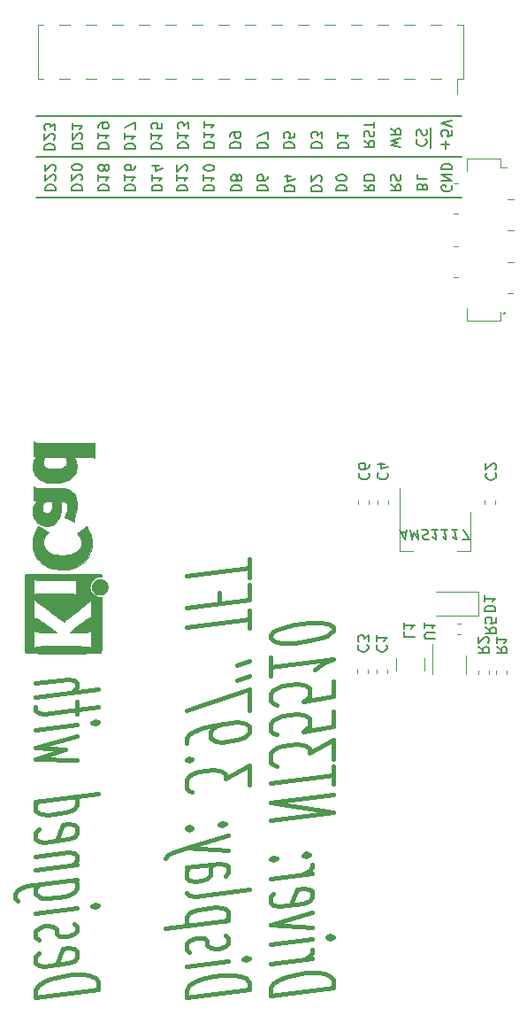
<source format=gbr>
G04 #@! TF.GenerationSoftware,KiCad,Pcbnew,(5.1.4)-1*
G04 #@! TF.CreationDate,2019-12-31T12:49:38+08:00*
G04 #@! TF.ProjectId,FH26W-45S-0.3SHW-DIP,46483236-572d-4343-9553-2d302e335348,rev?*
G04 #@! TF.SameCoordinates,Original*
G04 #@! TF.FileFunction,Legend,Bot*
G04 #@! TF.FilePolarity,Positive*
%FSLAX46Y46*%
G04 Gerber Fmt 4.6, Leading zero omitted, Abs format (unit mm)*
G04 Created by KiCad (PCBNEW (5.1.4)-1) date 2019-12-31 12:49:38*
%MOMM*%
%LPD*%
G04 APERTURE LIST*
%ADD10C,0.400000*%
%ADD11C,0.130000*%
%ADD12C,0.150000*%
%ADD13C,0.010000*%
%ADD14C,0.120000*%
G04 APERTURE END LIST*
D10*
X104219714Y-123509285D02*
X110219714Y-122759285D01*
X110219714Y-122044999D01*
X109934000Y-121652142D01*
X109362571Y-121437857D01*
X108791142Y-121366428D01*
X107648285Y-121366428D01*
X106791142Y-121473571D01*
X105648285Y-121759285D01*
X105076857Y-121973571D01*
X104505428Y-122330714D01*
X104219714Y-122794999D01*
X104219714Y-123509285D01*
X104505428Y-119330714D02*
X104219714Y-119652142D01*
X104219714Y-120223571D01*
X104505428Y-120473571D01*
X105076857Y-120545000D01*
X107362571Y-120259285D01*
X107934000Y-120045000D01*
X108219714Y-119723571D01*
X108219714Y-119152142D01*
X107934000Y-118902142D01*
X107362571Y-118830714D01*
X106791142Y-118902142D01*
X106219714Y-120402142D01*
X104505428Y-118045000D02*
X104219714Y-117794999D01*
X104219714Y-117223571D01*
X104505428Y-116902142D01*
X105076857Y-116687857D01*
X105362571Y-116652142D01*
X105934000Y-116723571D01*
X106219714Y-116973571D01*
X106219714Y-117402142D01*
X106505428Y-117652142D01*
X107076857Y-117723571D01*
X107362571Y-117687857D01*
X107934000Y-117473571D01*
X108219714Y-117152142D01*
X108219714Y-116723571D01*
X107934000Y-116473571D01*
X104219714Y-115509285D02*
X108219714Y-115009285D01*
X110219714Y-114759285D02*
X109934000Y-114937857D01*
X109648285Y-114830714D01*
X109934000Y-114652142D01*
X110219714Y-114759285D01*
X109648285Y-114830714D01*
X108219714Y-112294999D02*
X103362571Y-112902142D01*
X102791142Y-113116428D01*
X102505428Y-113295000D01*
X102219714Y-113616428D01*
X102219714Y-114044999D01*
X102505428Y-114295000D01*
X104505428Y-112759285D02*
X104219714Y-113080714D01*
X104219714Y-113652142D01*
X104505428Y-113902142D01*
X104791142Y-114009285D01*
X105362571Y-114080714D01*
X107076857Y-113866428D01*
X107648285Y-113652142D01*
X107934000Y-113473571D01*
X108219714Y-113152142D01*
X108219714Y-112580714D01*
X107934000Y-112330714D01*
X108219714Y-110866428D02*
X104219714Y-111366428D01*
X107648285Y-110937857D02*
X107934000Y-110759285D01*
X108219714Y-110437857D01*
X108219714Y-110009285D01*
X107934000Y-109759285D01*
X107362571Y-109687857D01*
X104219714Y-110080714D01*
X104505428Y-107473571D02*
X104219714Y-107795000D01*
X104219714Y-108366428D01*
X104505428Y-108616428D01*
X105076857Y-108687857D01*
X107362571Y-108402142D01*
X107934000Y-108187857D01*
X108219714Y-107866428D01*
X108219714Y-107295000D01*
X107934000Y-107045000D01*
X107362571Y-106973571D01*
X106791142Y-107045000D01*
X106219714Y-108545000D01*
X104219714Y-104795000D02*
X110219714Y-104045000D01*
X104505428Y-104759285D02*
X104219714Y-105080714D01*
X104219714Y-105652142D01*
X104505428Y-105902142D01*
X104791142Y-106009285D01*
X105362571Y-106080714D01*
X107076857Y-105866428D01*
X107648285Y-105652142D01*
X107934000Y-105473571D01*
X108219714Y-105152142D01*
X108219714Y-104580714D01*
X107934000Y-104330714D01*
X108219714Y-100866428D02*
X104219714Y-100795000D01*
X107076857Y-99866428D01*
X104219714Y-99652142D01*
X108219714Y-98580714D01*
X104219714Y-97937857D02*
X108219714Y-97437857D01*
X110219714Y-97187857D02*
X109934000Y-97366428D01*
X109648285Y-97259285D01*
X109934000Y-97080714D01*
X110219714Y-97187857D01*
X109648285Y-97259285D01*
X108219714Y-96437857D02*
X108219714Y-95295000D01*
X110219714Y-95759285D02*
X105076857Y-96402142D01*
X104505428Y-96330714D01*
X104219714Y-96080714D01*
X104219714Y-95795000D01*
X104219714Y-94795000D02*
X110219714Y-94045000D01*
X104219714Y-93509285D02*
X107362571Y-93116428D01*
X107934000Y-93187857D01*
X108219714Y-93437857D01*
X108219714Y-93866428D01*
X107934000Y-94187857D01*
X107648285Y-94366428D01*
X126710714Y-123341428D02*
X132710714Y-122591428D01*
X132710714Y-121877142D01*
X132425000Y-121484285D01*
X131853571Y-121270000D01*
X131282142Y-121198571D01*
X130139285Y-121198571D01*
X129282142Y-121305714D01*
X128139285Y-121591428D01*
X127567857Y-121805714D01*
X126996428Y-122162857D01*
X126710714Y-122627142D01*
X126710714Y-123341428D01*
X126710714Y-120341428D02*
X130710714Y-119841428D01*
X129567857Y-119984285D02*
X130139285Y-119770000D01*
X130425000Y-119591428D01*
X130710714Y-119270000D01*
X130710714Y-118984285D01*
X126710714Y-118484285D02*
X130710714Y-117984285D01*
X132710714Y-117734285D02*
X132425000Y-117912857D01*
X132139285Y-117805714D01*
X132425000Y-117627142D01*
X132710714Y-117734285D01*
X132139285Y-117805714D01*
X130710714Y-116841428D02*
X126710714Y-116627142D01*
X130710714Y-115412857D01*
X126996428Y-113591428D02*
X126710714Y-113912857D01*
X126710714Y-114484285D01*
X126996428Y-114734285D01*
X127567857Y-114805714D01*
X129853571Y-114520000D01*
X130425000Y-114305714D01*
X130710714Y-113984285D01*
X130710714Y-113412857D01*
X130425000Y-113162857D01*
X129853571Y-113091428D01*
X129282142Y-113162857D01*
X128710714Y-114662857D01*
X126710714Y-112198571D02*
X130710714Y-111698571D01*
X129567857Y-111841428D02*
X130139285Y-111627142D01*
X130425000Y-111448571D01*
X130710714Y-111127142D01*
X130710714Y-110841428D01*
X127282142Y-110270000D02*
X126996428Y-110162857D01*
X126710714Y-110341428D01*
X126996428Y-110448571D01*
X127282142Y-110270000D01*
X126710714Y-110341428D01*
X130425000Y-109877142D02*
X130139285Y-109770000D01*
X129853571Y-109948571D01*
X130139285Y-110055714D01*
X130425000Y-109877142D01*
X129853571Y-109948571D01*
X126710714Y-106627142D02*
X132710714Y-105877142D01*
X126710714Y-104912857D01*
X132710714Y-104162857D01*
X132710714Y-103162857D02*
X132710714Y-101448571D01*
X126710714Y-103055714D02*
X132710714Y-102305714D01*
X132710714Y-100734285D02*
X132710714Y-98877142D01*
X130425000Y-100162857D01*
X130425000Y-99734285D01*
X130139285Y-99484285D01*
X129853571Y-99377142D01*
X129282142Y-99305714D01*
X127853571Y-99484285D01*
X127282142Y-99698571D01*
X126996428Y-99877142D01*
X126710714Y-100198571D01*
X126710714Y-101055714D01*
X126996428Y-101305714D01*
X127282142Y-101412857D01*
X132710714Y-96162857D02*
X132710714Y-97591428D01*
X129853571Y-98091428D01*
X130139285Y-97912857D01*
X130425000Y-97591428D01*
X130425000Y-96877142D01*
X130139285Y-96627142D01*
X129853571Y-96520000D01*
X129282142Y-96448571D01*
X127853571Y-96627142D01*
X127282142Y-96841428D01*
X126996428Y-97020000D01*
X126710714Y-97341428D01*
X126710714Y-98055714D01*
X126996428Y-98305714D01*
X127282142Y-98412857D01*
X132710714Y-93305714D02*
X132710714Y-94734285D01*
X129853571Y-95234285D01*
X130139285Y-95055714D01*
X130425000Y-94734285D01*
X130425000Y-94020000D01*
X130139285Y-93770000D01*
X129853571Y-93662857D01*
X129282142Y-93591428D01*
X127853571Y-93770000D01*
X127282142Y-93984285D01*
X126996428Y-94162857D01*
X126710714Y-94484285D01*
X126710714Y-95198571D01*
X126996428Y-95448571D01*
X127282142Y-95555714D01*
X126710714Y-91055714D02*
X126710714Y-92770000D01*
X126710714Y-91912857D02*
X132710714Y-91162857D01*
X131853571Y-91555714D01*
X131282142Y-91912857D01*
X130996428Y-92234285D01*
X132710714Y-88448571D02*
X132710714Y-88162857D01*
X132425000Y-87912857D01*
X132139285Y-87805714D01*
X131567857Y-87734285D01*
X130425000Y-87734285D01*
X128996428Y-87912857D01*
X127853571Y-88198571D01*
X127282142Y-88412857D01*
X126996428Y-88591428D01*
X126710714Y-88912857D01*
X126710714Y-89198571D01*
X126996428Y-89448571D01*
X127282142Y-89555714D01*
X127853571Y-89627142D01*
X128996428Y-89627142D01*
X130425000Y-89448571D01*
X131567857Y-89162857D01*
X132139285Y-88948571D01*
X132425000Y-88770000D01*
X132710714Y-88448571D01*
X118660714Y-123541428D02*
X124660714Y-122791428D01*
X124660714Y-122077142D01*
X124375000Y-121684285D01*
X123803571Y-121470000D01*
X123232142Y-121398571D01*
X122089285Y-121398571D01*
X121232142Y-121505714D01*
X120089285Y-121791428D01*
X119517857Y-122005714D01*
X118946428Y-122362857D01*
X118660714Y-122827142D01*
X118660714Y-123541428D01*
X118660714Y-120541428D02*
X122660714Y-120041428D01*
X124660714Y-119791428D02*
X124375000Y-119970000D01*
X124089285Y-119862857D01*
X124375000Y-119684285D01*
X124660714Y-119791428D01*
X124089285Y-119862857D01*
X118946428Y-119220000D02*
X118660714Y-118970000D01*
X118660714Y-118398571D01*
X118946428Y-118077142D01*
X119517857Y-117862857D01*
X119803571Y-117827142D01*
X120375000Y-117898571D01*
X120660714Y-118148571D01*
X120660714Y-118577142D01*
X120946428Y-118827142D01*
X121517857Y-118898571D01*
X121803571Y-118862857D01*
X122375000Y-118648571D01*
X122660714Y-118327142D01*
X122660714Y-117898571D01*
X122375000Y-117648571D01*
X122660714Y-116184285D02*
X116660714Y-116934285D01*
X122375000Y-116220000D02*
X122660714Y-115898571D01*
X122660714Y-115327142D01*
X122375000Y-115077142D01*
X122089285Y-114970000D01*
X121517857Y-114898571D01*
X119803571Y-115112857D01*
X119232142Y-115327142D01*
X118946428Y-115505714D01*
X118660714Y-115827142D01*
X118660714Y-116398571D01*
X118946428Y-116648571D01*
X118660714Y-113541428D02*
X118946428Y-113791428D01*
X119517857Y-113862857D01*
X124660714Y-113220000D01*
X118660714Y-111112857D02*
X121803571Y-110720000D01*
X122375000Y-110791428D01*
X122660714Y-111041428D01*
X122660714Y-111612857D01*
X122375000Y-111934285D01*
X118946428Y-111077142D02*
X118660714Y-111398571D01*
X118660714Y-112112857D01*
X118946428Y-112362857D01*
X119517857Y-112434285D01*
X120089285Y-112362857D01*
X120660714Y-112148571D01*
X120946428Y-111827142D01*
X120946428Y-111112857D01*
X121232142Y-110791428D01*
X122660714Y-109470000D02*
X118660714Y-109255714D01*
X122660714Y-108041428D02*
X118660714Y-109255714D01*
X117232142Y-109720000D01*
X116946428Y-109898571D01*
X116660714Y-110220000D01*
X119232142Y-107327142D02*
X118946428Y-107220000D01*
X118660714Y-107398571D01*
X118946428Y-107505714D01*
X119232142Y-107327142D01*
X118660714Y-107398571D01*
X122375000Y-106934285D02*
X122089285Y-106827142D01*
X121803571Y-107005714D01*
X122089285Y-107112857D01*
X122375000Y-106934285D01*
X121803571Y-107005714D01*
X124660714Y-103220000D02*
X124660714Y-101362857D01*
X122375000Y-102648571D01*
X122375000Y-102220000D01*
X122089285Y-101970000D01*
X121803571Y-101862857D01*
X121232142Y-101791428D01*
X119803571Y-101970000D01*
X119232142Y-102184285D01*
X118946428Y-102362857D01*
X118660714Y-102684285D01*
X118660714Y-103541428D01*
X118946428Y-103791428D01*
X119232142Y-103898571D01*
X119232142Y-100755714D02*
X118946428Y-100648571D01*
X118660714Y-100827142D01*
X118946428Y-100934285D01*
X119232142Y-100755714D01*
X118660714Y-100827142D01*
X118660714Y-99255714D02*
X118660714Y-98684285D01*
X118946428Y-98362857D01*
X119232142Y-98184285D01*
X120089285Y-97791428D01*
X121232142Y-97505714D01*
X123517857Y-97220000D01*
X124089285Y-97291428D01*
X124375000Y-97398571D01*
X124660714Y-97648571D01*
X124660714Y-98220000D01*
X124375000Y-98541428D01*
X124089285Y-98720000D01*
X123517857Y-98934285D01*
X122089285Y-99112857D01*
X121517857Y-99041428D01*
X121232142Y-98934285D01*
X120946428Y-98684285D01*
X120946428Y-98112857D01*
X121232142Y-97791428D01*
X121517857Y-97612857D01*
X122089285Y-97398571D01*
X124660714Y-96077142D02*
X124660714Y-94077142D01*
X118660714Y-96112857D01*
X124660714Y-92791428D02*
X123517857Y-93220000D01*
X124660714Y-91362857D02*
X123517857Y-91791428D01*
X124660714Y-88220000D02*
X124660714Y-86505714D01*
X118660714Y-88112857D02*
X124660714Y-87362857D01*
X121803571Y-84862857D02*
X121803571Y-85862857D01*
X118660714Y-86255714D02*
X124660714Y-85505714D01*
X124660714Y-84077142D01*
X124660714Y-83362857D02*
X124660714Y-81648571D01*
X118660714Y-83255714D02*
X124660714Y-82505714D01*
D11*
X145000000Y-39326000D02*
X104257000Y-39326000D01*
X145000000Y-47090000D02*
X104250000Y-47090000D01*
D12*
X130629619Y-42320095D02*
X131629619Y-42320095D01*
X131629619Y-42082000D01*
X131582000Y-41939142D01*
X131486761Y-41843904D01*
X131391523Y-41796285D01*
X131201047Y-41748666D01*
X131058190Y-41748666D01*
X130867714Y-41796285D01*
X130772476Y-41843904D01*
X130677238Y-41939142D01*
X130629619Y-42082000D01*
X130629619Y-42320095D01*
X131629619Y-41415333D02*
X131629619Y-40796285D01*
X131248666Y-41129619D01*
X131248666Y-40986761D01*
X131201047Y-40891523D01*
X131153428Y-40843904D01*
X131058190Y-40796285D01*
X130820095Y-40796285D01*
X130724857Y-40843904D01*
X130677238Y-40891523D01*
X130629619Y-40986761D01*
X130629619Y-41272476D01*
X130677238Y-41367714D01*
X130724857Y-41415333D01*
X125429619Y-46434095D02*
X126429619Y-46434095D01*
X126429619Y-46196000D01*
X126382000Y-46053142D01*
X126286761Y-45957904D01*
X126191523Y-45910285D01*
X126001047Y-45862666D01*
X125858190Y-45862666D01*
X125667714Y-45910285D01*
X125572476Y-45957904D01*
X125477238Y-46053142D01*
X125429619Y-46196000D01*
X125429619Y-46434095D01*
X126429619Y-45005523D02*
X126429619Y-45196000D01*
X126382000Y-45291238D01*
X126334380Y-45338857D01*
X126191523Y-45434095D01*
X126001047Y-45481714D01*
X125620095Y-45481714D01*
X125524857Y-45434095D01*
X125477238Y-45386476D01*
X125429619Y-45291238D01*
X125429619Y-45100761D01*
X125477238Y-45005523D01*
X125524857Y-44957904D01*
X125620095Y-44910285D01*
X125858190Y-44910285D01*
X125953428Y-44957904D01*
X126001047Y-45005523D01*
X126048666Y-45100761D01*
X126048666Y-45291238D01*
X126001047Y-45386476D01*
X125953428Y-45434095D01*
X125858190Y-45481714D01*
X142045000Y-42326190D02*
X142045000Y-41326190D01*
X140772857Y-41516666D02*
X140725238Y-41564285D01*
X140677619Y-41707142D01*
X140677619Y-41802380D01*
X140725238Y-41945238D01*
X140820476Y-42040476D01*
X140915714Y-42088095D01*
X141106190Y-42135714D01*
X141249047Y-42135714D01*
X141439523Y-42088095D01*
X141534761Y-42040476D01*
X141630000Y-41945238D01*
X141677619Y-41802380D01*
X141677619Y-41707142D01*
X141630000Y-41564285D01*
X141582380Y-41516666D01*
X142045000Y-41326190D02*
X142045000Y-40373809D01*
X140725238Y-41135714D02*
X140677619Y-40992857D01*
X140677619Y-40754761D01*
X140725238Y-40659523D01*
X140772857Y-40611904D01*
X140868095Y-40564285D01*
X140963333Y-40564285D01*
X141058571Y-40611904D01*
X141106190Y-40659523D01*
X141153809Y-40754761D01*
X141201428Y-40945238D01*
X141249047Y-41040476D01*
X141296666Y-41088095D01*
X141391904Y-41135714D01*
X141487142Y-41135714D01*
X141582380Y-41088095D01*
X141630000Y-41040476D01*
X141677619Y-40945238D01*
X141677619Y-40707142D01*
X141630000Y-40564285D01*
X135671619Y-41651619D02*
X136147809Y-41984952D01*
X135671619Y-42223047D02*
X136671619Y-42223047D01*
X136671619Y-41842095D01*
X136624000Y-41746857D01*
X136576380Y-41699238D01*
X136481142Y-41651619D01*
X136338285Y-41651619D01*
X136243047Y-41699238D01*
X136195428Y-41746857D01*
X136147809Y-41842095D01*
X136147809Y-42223047D01*
X135719238Y-41270666D02*
X135671619Y-41127809D01*
X135671619Y-40889714D01*
X135719238Y-40794476D01*
X135766857Y-40746857D01*
X135862095Y-40699238D01*
X135957333Y-40699238D01*
X136052571Y-40746857D01*
X136100190Y-40794476D01*
X136147809Y-40889714D01*
X136195428Y-41080190D01*
X136243047Y-41175428D01*
X136290666Y-41223047D01*
X136385904Y-41270666D01*
X136481142Y-41270666D01*
X136576380Y-41223047D01*
X136624000Y-41175428D01*
X136671619Y-41080190D01*
X136671619Y-40842095D01*
X136624000Y-40699238D01*
X136671619Y-40413523D02*
X136671619Y-39842095D01*
X135671619Y-40127809D02*
X136671619Y-40127809D01*
X133019619Y-46434095D02*
X134019619Y-46434095D01*
X134019619Y-46196000D01*
X133972000Y-46053142D01*
X133876761Y-45957904D01*
X133781523Y-45910285D01*
X133591047Y-45862666D01*
X133448190Y-45862666D01*
X133257714Y-45910285D01*
X133162476Y-45957904D01*
X133067238Y-46053142D01*
X133019619Y-46196000D01*
X133019619Y-46434095D01*
X134019619Y-45243619D02*
X134019619Y-45148380D01*
X133972000Y-45053142D01*
X133924380Y-45005523D01*
X133829142Y-44957904D01*
X133638666Y-44910285D01*
X133400571Y-44910285D01*
X133210095Y-44957904D01*
X133114857Y-45005523D01*
X133067238Y-45053142D01*
X133019619Y-45148380D01*
X133019619Y-45243619D01*
X133067238Y-45338857D01*
X133114857Y-45386476D01*
X133210095Y-45434095D01*
X133400571Y-45481714D01*
X133638666Y-45481714D01*
X133829142Y-45434095D01*
X133924380Y-45386476D01*
X133972000Y-45338857D01*
X134019619Y-45243619D01*
X139211619Y-42286571D02*
X138211619Y-42048476D01*
X138925904Y-41858000D01*
X138211619Y-41667523D01*
X139211619Y-41429428D01*
X138211619Y-40477047D02*
X138687809Y-40810380D01*
X138211619Y-41048476D02*
X139211619Y-41048476D01*
X139211619Y-40667523D01*
X139164000Y-40572285D01*
X139116380Y-40524666D01*
X139021142Y-40477047D01*
X138878285Y-40477047D01*
X138783047Y-40524666D01*
X138735428Y-40572285D01*
X138687809Y-40667523D01*
X138687809Y-41048476D01*
X135671619Y-45866476D02*
X136147809Y-46199809D01*
X135671619Y-46437904D02*
X136671619Y-46437904D01*
X136671619Y-46056952D01*
X136624000Y-45961714D01*
X136576380Y-45914095D01*
X136481142Y-45866476D01*
X136338285Y-45866476D01*
X136243047Y-45914095D01*
X136195428Y-45961714D01*
X136147809Y-46056952D01*
X136147809Y-46437904D01*
X135671619Y-45437904D02*
X136671619Y-45437904D01*
X136671619Y-45199809D01*
X136624000Y-45056952D01*
X136528761Y-44961714D01*
X136433523Y-44914095D01*
X136243047Y-44866476D01*
X136100190Y-44866476D01*
X135909714Y-44914095D01*
X135814476Y-44961714D01*
X135719238Y-45056952D01*
X135671619Y-45199809D01*
X135671619Y-45437904D01*
X138211619Y-45842666D02*
X138687809Y-46176000D01*
X138211619Y-46414095D02*
X139211619Y-46414095D01*
X139211619Y-46033142D01*
X139164000Y-45937904D01*
X139116380Y-45890285D01*
X139021142Y-45842666D01*
X138878285Y-45842666D01*
X138783047Y-45890285D01*
X138735428Y-45937904D01*
X138687809Y-46033142D01*
X138687809Y-46414095D01*
X138259238Y-45461714D02*
X138211619Y-45318857D01*
X138211619Y-45080761D01*
X138259238Y-44985523D01*
X138306857Y-44937904D01*
X138402095Y-44890285D01*
X138497333Y-44890285D01*
X138592571Y-44937904D01*
X138640190Y-44985523D01*
X138687809Y-45080761D01*
X138735428Y-45271238D01*
X138783047Y-45366476D01*
X138830666Y-45414095D01*
X138925904Y-45461714D01*
X139021142Y-45461714D01*
X139116380Y-45414095D01*
X139164000Y-45366476D01*
X139211619Y-45271238D01*
X139211619Y-45033142D01*
X139164000Y-44890285D01*
X133189619Y-42360095D02*
X134189619Y-42360095D01*
X134189619Y-42122000D01*
X134142000Y-41979142D01*
X134046761Y-41883904D01*
X133951523Y-41836285D01*
X133761047Y-41788666D01*
X133618190Y-41788666D01*
X133427714Y-41836285D01*
X133332476Y-41883904D01*
X133237238Y-41979142D01*
X133189619Y-42122000D01*
X133189619Y-42360095D01*
X133189619Y-40836285D02*
X133189619Y-41407714D01*
X133189619Y-41122000D02*
X134189619Y-41122000D01*
X134046761Y-41217238D01*
X133951523Y-41312476D01*
X133903904Y-41407714D01*
X130609619Y-46474095D02*
X131609619Y-46474095D01*
X131609619Y-46236000D01*
X131562000Y-46093142D01*
X131466761Y-45997904D01*
X131371523Y-45950285D01*
X131181047Y-45902666D01*
X131038190Y-45902666D01*
X130847714Y-45950285D01*
X130752476Y-45997904D01*
X130657238Y-46093142D01*
X130609619Y-46236000D01*
X130609619Y-46474095D01*
X131514380Y-45521714D02*
X131562000Y-45474095D01*
X131609619Y-45378857D01*
X131609619Y-45140761D01*
X131562000Y-45045523D01*
X131514380Y-44997904D01*
X131419142Y-44950285D01*
X131323904Y-44950285D01*
X131181047Y-44997904D01*
X130609619Y-45569333D01*
X130609619Y-44950285D01*
X128039619Y-46474095D02*
X129039619Y-46474095D01*
X129039619Y-46236000D01*
X128992000Y-46093142D01*
X128896761Y-45997904D01*
X128801523Y-45950285D01*
X128611047Y-45902666D01*
X128468190Y-45902666D01*
X128277714Y-45950285D01*
X128182476Y-45997904D01*
X128087238Y-46093142D01*
X128039619Y-46236000D01*
X128039619Y-46474095D01*
X128706285Y-45045523D02*
X128039619Y-45045523D01*
X129087238Y-45283619D02*
X128372952Y-45521714D01*
X128372952Y-44902666D01*
X127969619Y-42340095D02*
X128969619Y-42340095D01*
X128969619Y-42102000D01*
X128922000Y-41959142D01*
X128826761Y-41863904D01*
X128731523Y-41816285D01*
X128541047Y-41768666D01*
X128398190Y-41768666D01*
X128207714Y-41816285D01*
X128112476Y-41863904D01*
X128017238Y-41959142D01*
X127969619Y-42102000D01*
X127969619Y-42340095D01*
X128969619Y-40863904D02*
X128969619Y-41340095D01*
X128493428Y-41387714D01*
X128541047Y-41340095D01*
X128588666Y-41244857D01*
X128588666Y-41006761D01*
X128541047Y-40911523D01*
X128493428Y-40863904D01*
X128398190Y-40816285D01*
X128160095Y-40816285D01*
X128064857Y-40863904D01*
X128017238Y-40911523D01*
X127969619Y-41006761D01*
X127969619Y-41244857D01*
X128017238Y-41340095D01*
X128064857Y-41387714D01*
X125439619Y-42360095D02*
X126439619Y-42360095D01*
X126439619Y-42122000D01*
X126392000Y-41979142D01*
X126296761Y-41883904D01*
X126201523Y-41836285D01*
X126011047Y-41788666D01*
X125868190Y-41788666D01*
X125677714Y-41836285D01*
X125582476Y-41883904D01*
X125487238Y-41979142D01*
X125439619Y-42122000D01*
X125439619Y-42360095D01*
X126439619Y-41455333D02*
X126439619Y-40788666D01*
X125439619Y-41217238D01*
X122939619Y-46434095D02*
X123939619Y-46434095D01*
X123939619Y-46196000D01*
X123892000Y-46053142D01*
X123796761Y-45957904D01*
X123701523Y-45910285D01*
X123511047Y-45862666D01*
X123368190Y-45862666D01*
X123177714Y-45910285D01*
X123082476Y-45957904D01*
X122987238Y-46053142D01*
X122939619Y-46196000D01*
X122939619Y-46434095D01*
X123511047Y-45291238D02*
X123558666Y-45386476D01*
X123606285Y-45434095D01*
X123701523Y-45481714D01*
X123749142Y-45481714D01*
X123844380Y-45434095D01*
X123892000Y-45386476D01*
X123939619Y-45291238D01*
X123939619Y-45100761D01*
X123892000Y-45005523D01*
X123844380Y-44957904D01*
X123749142Y-44910285D01*
X123701523Y-44910285D01*
X123606285Y-44957904D01*
X123558666Y-45005523D01*
X123511047Y-45100761D01*
X123511047Y-45291238D01*
X123463428Y-45386476D01*
X123415809Y-45434095D01*
X123320571Y-45481714D01*
X123130095Y-45481714D01*
X123034857Y-45434095D01*
X122987238Y-45386476D01*
X122939619Y-45291238D01*
X122939619Y-45100761D01*
X122987238Y-45005523D01*
X123034857Y-44957904D01*
X123130095Y-44910285D01*
X123320571Y-44910285D01*
X123415809Y-44957904D01*
X123463428Y-45005523D01*
X123511047Y-45100761D01*
X122869619Y-42320095D02*
X123869619Y-42320095D01*
X123869619Y-42082000D01*
X123822000Y-41939142D01*
X123726761Y-41843904D01*
X123631523Y-41796285D01*
X123441047Y-41748666D01*
X123298190Y-41748666D01*
X123107714Y-41796285D01*
X123012476Y-41843904D01*
X122917238Y-41939142D01*
X122869619Y-42082000D01*
X122869619Y-42320095D01*
X122869619Y-41272476D02*
X122869619Y-41082000D01*
X122917238Y-40986761D01*
X122964857Y-40939142D01*
X123107714Y-40843904D01*
X123298190Y-40796285D01*
X123679142Y-40796285D01*
X123774380Y-40843904D01*
X123822000Y-40891523D01*
X123869619Y-40986761D01*
X123869619Y-41177238D01*
X123822000Y-41272476D01*
X123774380Y-41320095D01*
X123679142Y-41367714D01*
X123441047Y-41367714D01*
X123345809Y-41320095D01*
X123298190Y-41272476D01*
X123250571Y-41177238D01*
X123250571Y-40986761D01*
X123298190Y-40891523D01*
X123345809Y-40843904D01*
X123441047Y-40796285D01*
X120329619Y-46440285D02*
X121329619Y-46440285D01*
X121329619Y-46202190D01*
X121282000Y-46059333D01*
X121186761Y-45964095D01*
X121091523Y-45916476D01*
X120901047Y-45868857D01*
X120758190Y-45868857D01*
X120567714Y-45916476D01*
X120472476Y-45964095D01*
X120377238Y-46059333D01*
X120329619Y-46202190D01*
X120329619Y-46440285D01*
X120329619Y-44916476D02*
X120329619Y-45487904D01*
X120329619Y-45202190D02*
X121329619Y-45202190D01*
X121186761Y-45297428D01*
X121091523Y-45392666D01*
X121043904Y-45487904D01*
X121329619Y-44297428D02*
X121329619Y-44202190D01*
X121282000Y-44106952D01*
X121234380Y-44059333D01*
X121139142Y-44011714D01*
X120948666Y-43964095D01*
X120710571Y-43964095D01*
X120520095Y-44011714D01*
X120424857Y-44059333D01*
X120377238Y-44106952D01*
X120329619Y-44202190D01*
X120329619Y-44297428D01*
X120377238Y-44392666D01*
X120424857Y-44440285D01*
X120520095Y-44487904D01*
X120710571Y-44535523D01*
X120948666Y-44535523D01*
X121139142Y-44487904D01*
X121234380Y-44440285D01*
X121282000Y-44392666D01*
X121329619Y-44297428D01*
X120339619Y-42316285D02*
X121339619Y-42316285D01*
X121339619Y-42078190D01*
X121292000Y-41935333D01*
X121196761Y-41840095D01*
X121101523Y-41792476D01*
X120911047Y-41744857D01*
X120768190Y-41744857D01*
X120577714Y-41792476D01*
X120482476Y-41840095D01*
X120387238Y-41935333D01*
X120339619Y-42078190D01*
X120339619Y-42316285D01*
X120339619Y-40792476D02*
X120339619Y-41363904D01*
X120339619Y-41078190D02*
X121339619Y-41078190D01*
X121196761Y-41173428D01*
X121101523Y-41268666D01*
X121053904Y-41363904D01*
X120339619Y-39840095D02*
X120339619Y-40411523D01*
X120339619Y-40125809D02*
X121339619Y-40125809D01*
X121196761Y-40221047D01*
X121101523Y-40316285D01*
X121053904Y-40411523D01*
X117759619Y-46440285D02*
X118759619Y-46440285D01*
X118759619Y-46202190D01*
X118712000Y-46059333D01*
X118616761Y-45964095D01*
X118521523Y-45916476D01*
X118331047Y-45868857D01*
X118188190Y-45868857D01*
X117997714Y-45916476D01*
X117902476Y-45964095D01*
X117807238Y-46059333D01*
X117759619Y-46202190D01*
X117759619Y-46440285D01*
X117759619Y-44916476D02*
X117759619Y-45487904D01*
X117759619Y-45202190D02*
X118759619Y-45202190D01*
X118616761Y-45297428D01*
X118521523Y-45392666D01*
X118473904Y-45487904D01*
X118664380Y-44535523D02*
X118712000Y-44487904D01*
X118759619Y-44392666D01*
X118759619Y-44154571D01*
X118712000Y-44059333D01*
X118664380Y-44011714D01*
X118569142Y-43964095D01*
X118473904Y-43964095D01*
X118331047Y-44011714D01*
X117759619Y-44583142D01*
X117759619Y-43964095D01*
X117849619Y-42356285D02*
X118849619Y-42356285D01*
X118849619Y-42118190D01*
X118802000Y-41975333D01*
X118706761Y-41880095D01*
X118611523Y-41832476D01*
X118421047Y-41784857D01*
X118278190Y-41784857D01*
X118087714Y-41832476D01*
X117992476Y-41880095D01*
X117897238Y-41975333D01*
X117849619Y-42118190D01*
X117849619Y-42356285D01*
X117849619Y-40832476D02*
X117849619Y-41403904D01*
X117849619Y-41118190D02*
X118849619Y-41118190D01*
X118706761Y-41213428D01*
X118611523Y-41308666D01*
X118563904Y-41403904D01*
X118849619Y-40499142D02*
X118849619Y-39880095D01*
X118468666Y-40213428D01*
X118468666Y-40070571D01*
X118421047Y-39975333D01*
X118373428Y-39927714D01*
X118278190Y-39880095D01*
X118040095Y-39880095D01*
X117944857Y-39927714D01*
X117897238Y-39975333D01*
X117849619Y-40070571D01*
X117849619Y-40356285D01*
X117897238Y-40451523D01*
X117944857Y-40499142D01*
X115349619Y-46440285D02*
X116349619Y-46440285D01*
X116349619Y-46202190D01*
X116302000Y-46059333D01*
X116206761Y-45964095D01*
X116111523Y-45916476D01*
X115921047Y-45868857D01*
X115778190Y-45868857D01*
X115587714Y-45916476D01*
X115492476Y-45964095D01*
X115397238Y-46059333D01*
X115349619Y-46202190D01*
X115349619Y-46440285D01*
X115349619Y-44916476D02*
X115349619Y-45487904D01*
X115349619Y-45202190D02*
X116349619Y-45202190D01*
X116206761Y-45297428D01*
X116111523Y-45392666D01*
X116063904Y-45487904D01*
X116016285Y-44059333D02*
X115349619Y-44059333D01*
X116397238Y-44297428D02*
X115682952Y-44535523D01*
X115682952Y-43916476D01*
X115299619Y-42406285D02*
X116299619Y-42406285D01*
X116299619Y-42168190D01*
X116252000Y-42025333D01*
X116156761Y-41930095D01*
X116061523Y-41882476D01*
X115871047Y-41834857D01*
X115728190Y-41834857D01*
X115537714Y-41882476D01*
X115442476Y-41930095D01*
X115347238Y-42025333D01*
X115299619Y-42168190D01*
X115299619Y-42406285D01*
X115299619Y-40882476D02*
X115299619Y-41453904D01*
X115299619Y-41168190D02*
X116299619Y-41168190D01*
X116156761Y-41263428D01*
X116061523Y-41358666D01*
X116013904Y-41453904D01*
X116299619Y-39977714D02*
X116299619Y-40453904D01*
X115823428Y-40501523D01*
X115871047Y-40453904D01*
X115918666Y-40358666D01*
X115918666Y-40120571D01*
X115871047Y-40025333D01*
X115823428Y-39977714D01*
X115728190Y-39930095D01*
X115490095Y-39930095D01*
X115394857Y-39977714D01*
X115347238Y-40025333D01*
X115299619Y-40120571D01*
X115299619Y-40358666D01*
X115347238Y-40453904D01*
X115394857Y-40501523D01*
X112759619Y-46400285D02*
X113759619Y-46400285D01*
X113759619Y-46162190D01*
X113712000Y-46019333D01*
X113616761Y-45924095D01*
X113521523Y-45876476D01*
X113331047Y-45828857D01*
X113188190Y-45828857D01*
X112997714Y-45876476D01*
X112902476Y-45924095D01*
X112807238Y-46019333D01*
X112759619Y-46162190D01*
X112759619Y-46400285D01*
X112759619Y-44876476D02*
X112759619Y-45447904D01*
X112759619Y-45162190D02*
X113759619Y-45162190D01*
X113616761Y-45257428D01*
X113521523Y-45352666D01*
X113473904Y-45447904D01*
X113759619Y-44019333D02*
X113759619Y-44209809D01*
X113712000Y-44305047D01*
X113664380Y-44352666D01*
X113521523Y-44447904D01*
X113331047Y-44495523D01*
X112950095Y-44495523D01*
X112854857Y-44447904D01*
X112807238Y-44400285D01*
X112759619Y-44305047D01*
X112759619Y-44114571D01*
X112807238Y-44019333D01*
X112854857Y-43971714D01*
X112950095Y-43924095D01*
X113188190Y-43924095D01*
X113283428Y-43971714D01*
X113331047Y-44019333D01*
X113378666Y-44114571D01*
X113378666Y-44305047D01*
X113331047Y-44400285D01*
X113283428Y-44447904D01*
X113188190Y-44495523D01*
X112749619Y-42446285D02*
X113749619Y-42446285D01*
X113749619Y-42208190D01*
X113702000Y-42065333D01*
X113606761Y-41970095D01*
X113511523Y-41922476D01*
X113321047Y-41874857D01*
X113178190Y-41874857D01*
X112987714Y-41922476D01*
X112892476Y-41970095D01*
X112797238Y-42065333D01*
X112749619Y-42208190D01*
X112749619Y-42446285D01*
X112749619Y-40922476D02*
X112749619Y-41493904D01*
X112749619Y-41208190D02*
X113749619Y-41208190D01*
X113606761Y-41303428D01*
X113511523Y-41398666D01*
X113463904Y-41493904D01*
X113749619Y-40589142D02*
X113749619Y-39922476D01*
X112749619Y-40351047D01*
X110239619Y-46410285D02*
X111239619Y-46410285D01*
X111239619Y-46172190D01*
X111192000Y-46029333D01*
X111096761Y-45934095D01*
X111001523Y-45886476D01*
X110811047Y-45838857D01*
X110668190Y-45838857D01*
X110477714Y-45886476D01*
X110382476Y-45934095D01*
X110287238Y-46029333D01*
X110239619Y-46172190D01*
X110239619Y-46410285D01*
X110239619Y-44886476D02*
X110239619Y-45457904D01*
X110239619Y-45172190D02*
X111239619Y-45172190D01*
X111096761Y-45267428D01*
X111001523Y-45362666D01*
X110953904Y-45457904D01*
X110811047Y-44315047D02*
X110858666Y-44410285D01*
X110906285Y-44457904D01*
X111001523Y-44505523D01*
X111049142Y-44505523D01*
X111144380Y-44457904D01*
X111192000Y-44410285D01*
X111239619Y-44315047D01*
X111239619Y-44124571D01*
X111192000Y-44029333D01*
X111144380Y-43981714D01*
X111049142Y-43934095D01*
X111001523Y-43934095D01*
X110906285Y-43981714D01*
X110858666Y-44029333D01*
X110811047Y-44124571D01*
X110811047Y-44315047D01*
X110763428Y-44410285D01*
X110715809Y-44457904D01*
X110620571Y-44505523D01*
X110430095Y-44505523D01*
X110334857Y-44457904D01*
X110287238Y-44410285D01*
X110239619Y-44315047D01*
X110239619Y-44124571D01*
X110287238Y-44029333D01*
X110334857Y-43981714D01*
X110430095Y-43934095D01*
X110620571Y-43934095D01*
X110715809Y-43981714D01*
X110763428Y-44029333D01*
X110811047Y-44124571D01*
X110229619Y-42386285D02*
X111229619Y-42386285D01*
X111229619Y-42148190D01*
X111182000Y-42005333D01*
X111086761Y-41910095D01*
X110991523Y-41862476D01*
X110801047Y-41814857D01*
X110658190Y-41814857D01*
X110467714Y-41862476D01*
X110372476Y-41910095D01*
X110277238Y-42005333D01*
X110229619Y-42148190D01*
X110229619Y-42386285D01*
X110229619Y-40862476D02*
X110229619Y-41433904D01*
X110229619Y-41148190D02*
X111229619Y-41148190D01*
X111086761Y-41243428D01*
X110991523Y-41338666D01*
X110943904Y-41433904D01*
X110229619Y-40386285D02*
X110229619Y-40195809D01*
X110277238Y-40100571D01*
X110324857Y-40052952D01*
X110467714Y-39957714D01*
X110658190Y-39910095D01*
X111039142Y-39910095D01*
X111134380Y-39957714D01*
X111182000Y-40005333D01*
X111229619Y-40100571D01*
X111229619Y-40291047D01*
X111182000Y-40386285D01*
X111134380Y-40433904D01*
X111039142Y-40481523D01*
X110801047Y-40481523D01*
X110705809Y-40433904D01*
X110658190Y-40386285D01*
X110610571Y-40291047D01*
X110610571Y-40100571D01*
X110658190Y-40005333D01*
X110705809Y-39957714D01*
X110801047Y-39910095D01*
X107679619Y-46380285D02*
X108679619Y-46380285D01*
X108679619Y-46142190D01*
X108632000Y-45999333D01*
X108536761Y-45904095D01*
X108441523Y-45856476D01*
X108251047Y-45808857D01*
X108108190Y-45808857D01*
X107917714Y-45856476D01*
X107822476Y-45904095D01*
X107727238Y-45999333D01*
X107679619Y-46142190D01*
X107679619Y-46380285D01*
X108584380Y-45427904D02*
X108632000Y-45380285D01*
X108679619Y-45285047D01*
X108679619Y-45046952D01*
X108632000Y-44951714D01*
X108584380Y-44904095D01*
X108489142Y-44856476D01*
X108393904Y-44856476D01*
X108251047Y-44904095D01*
X107679619Y-45475523D01*
X107679619Y-44856476D01*
X108679619Y-44237428D02*
X108679619Y-44142190D01*
X108632000Y-44046952D01*
X108584380Y-43999333D01*
X108489142Y-43951714D01*
X108298666Y-43904095D01*
X108060571Y-43904095D01*
X107870095Y-43951714D01*
X107774857Y-43999333D01*
X107727238Y-44046952D01*
X107679619Y-44142190D01*
X107679619Y-44237428D01*
X107727238Y-44332666D01*
X107774857Y-44380285D01*
X107870095Y-44427904D01*
X108060571Y-44475523D01*
X108298666Y-44475523D01*
X108489142Y-44427904D01*
X108584380Y-44380285D01*
X108632000Y-44332666D01*
X108679619Y-44237428D01*
X107719619Y-42446285D02*
X108719619Y-42446285D01*
X108719619Y-42208190D01*
X108672000Y-42065333D01*
X108576761Y-41970095D01*
X108481523Y-41922476D01*
X108291047Y-41874857D01*
X108148190Y-41874857D01*
X107957714Y-41922476D01*
X107862476Y-41970095D01*
X107767238Y-42065333D01*
X107719619Y-42208190D01*
X107719619Y-42446285D01*
X108624380Y-41493904D02*
X108672000Y-41446285D01*
X108719619Y-41351047D01*
X108719619Y-41112952D01*
X108672000Y-41017714D01*
X108624380Y-40970095D01*
X108529142Y-40922476D01*
X108433904Y-40922476D01*
X108291047Y-40970095D01*
X107719619Y-41541523D01*
X107719619Y-40922476D01*
X107719619Y-39970095D02*
X107719619Y-40541523D01*
X107719619Y-40255809D02*
X108719619Y-40255809D01*
X108576761Y-40351047D01*
X108481523Y-40446285D01*
X108433904Y-40541523D01*
X105149619Y-46410285D02*
X106149619Y-46410285D01*
X106149619Y-46172190D01*
X106102000Y-46029333D01*
X106006761Y-45934095D01*
X105911523Y-45886476D01*
X105721047Y-45838857D01*
X105578190Y-45838857D01*
X105387714Y-45886476D01*
X105292476Y-45934095D01*
X105197238Y-46029333D01*
X105149619Y-46172190D01*
X105149619Y-46410285D01*
X106054380Y-45457904D02*
X106102000Y-45410285D01*
X106149619Y-45315047D01*
X106149619Y-45076952D01*
X106102000Y-44981714D01*
X106054380Y-44934095D01*
X105959142Y-44886476D01*
X105863904Y-44886476D01*
X105721047Y-44934095D01*
X105149619Y-45505523D01*
X105149619Y-44886476D01*
X106054380Y-44505523D02*
X106102000Y-44457904D01*
X106149619Y-44362666D01*
X106149619Y-44124571D01*
X106102000Y-44029333D01*
X106054380Y-43981714D01*
X105959142Y-43934095D01*
X105863904Y-43934095D01*
X105721047Y-43981714D01*
X105149619Y-44553142D01*
X105149619Y-43934095D01*
X105059619Y-42486285D02*
X106059619Y-42486285D01*
X106059619Y-42248190D01*
X106012000Y-42105333D01*
X105916761Y-42010095D01*
X105821523Y-41962476D01*
X105631047Y-41914857D01*
X105488190Y-41914857D01*
X105297714Y-41962476D01*
X105202476Y-42010095D01*
X105107238Y-42105333D01*
X105059619Y-42248190D01*
X105059619Y-42486285D01*
X105964380Y-41533904D02*
X106012000Y-41486285D01*
X106059619Y-41391047D01*
X106059619Y-41152952D01*
X106012000Y-41057714D01*
X105964380Y-41010095D01*
X105869142Y-40962476D01*
X105773904Y-40962476D01*
X105631047Y-41010095D01*
X105059619Y-41581523D01*
X105059619Y-40962476D01*
X106059619Y-40629142D02*
X106059619Y-40010095D01*
X105678666Y-40343428D01*
X105678666Y-40200571D01*
X105631047Y-40105333D01*
X105583428Y-40057714D01*
X105488190Y-40010095D01*
X105250095Y-40010095D01*
X105154857Y-40057714D01*
X105107238Y-40105333D01*
X105059619Y-40200571D01*
X105059619Y-40486285D01*
X105107238Y-40581523D01*
X105154857Y-40629142D01*
X141275428Y-46009333D02*
X141227809Y-45866476D01*
X141180190Y-45818857D01*
X141084952Y-45771238D01*
X140942095Y-45771238D01*
X140846857Y-45818857D01*
X140799238Y-45866476D01*
X140751619Y-45961714D01*
X140751619Y-46342666D01*
X141751619Y-46342666D01*
X141751619Y-46009333D01*
X141704000Y-45914095D01*
X141656380Y-45866476D01*
X141561142Y-45818857D01*
X141465904Y-45818857D01*
X141370666Y-45866476D01*
X141323047Y-45914095D01*
X141275428Y-46009333D01*
X141275428Y-46342666D01*
X140751619Y-44866476D02*
X140751619Y-45342666D01*
X141751619Y-45342666D01*
D11*
X145000000Y-43210000D02*
X104257000Y-43210000D01*
D12*
X143478571Y-42385714D02*
X143478571Y-41623809D01*
X143097619Y-42004761D02*
X143859523Y-42004761D01*
X144097619Y-40671428D02*
X144097619Y-41147619D01*
X143621428Y-41195238D01*
X143669047Y-41147619D01*
X143716666Y-41052380D01*
X143716666Y-40814285D01*
X143669047Y-40719047D01*
X143621428Y-40671428D01*
X143526190Y-40623809D01*
X143288095Y-40623809D01*
X143192857Y-40671428D01*
X143145238Y-40719047D01*
X143097619Y-40814285D01*
X143097619Y-41052380D01*
X143145238Y-41147619D01*
X143192857Y-41195238D01*
X144097619Y-40338095D02*
X143097619Y-40004761D01*
X144097619Y-39671428D01*
X144050000Y-45929904D02*
X144097619Y-46025142D01*
X144097619Y-46168000D01*
X144050000Y-46310857D01*
X143954761Y-46406095D01*
X143859523Y-46453714D01*
X143669047Y-46501333D01*
X143526190Y-46501333D01*
X143335714Y-46453714D01*
X143240476Y-46406095D01*
X143145238Y-46310857D01*
X143097619Y-46168000D01*
X143097619Y-46072761D01*
X143145238Y-45929904D01*
X143192857Y-45882285D01*
X143526190Y-45882285D01*
X143526190Y-46072761D01*
X143097619Y-45453714D02*
X144097619Y-45453714D01*
X143097619Y-44882285D01*
X144097619Y-44882285D01*
X143097619Y-44406095D02*
X144097619Y-44406095D01*
X144097619Y-44168000D01*
X144050000Y-44025142D01*
X143954761Y-43929904D01*
X143859523Y-43882285D01*
X143669047Y-43834666D01*
X143526190Y-43834666D01*
X143335714Y-43882285D01*
X143240476Y-43929904D01*
X143145238Y-44025142D01*
X143097619Y-44168000D01*
X143097619Y-44406095D01*
D13*
G36*
X111104067Y-84120318D02*
G01*
X111056828Y-83984071D01*
X110982473Y-83857221D01*
X110881013Y-83743933D01*
X110752457Y-83648372D01*
X110671428Y-83605446D01*
X110558092Y-83568295D01*
X110427249Y-83550288D01*
X110292735Y-83552283D01*
X110170842Y-83574423D01*
X110021893Y-83634936D01*
X109892691Y-83722686D01*
X109785777Y-83833212D01*
X109703694Y-83962054D01*
X109648984Y-84104753D01*
X109624190Y-84256849D01*
X109631853Y-84413881D01*
X109648228Y-84491286D01*
X109706911Y-84642141D01*
X109796457Y-84776125D01*
X109914107Y-84890006D01*
X110057098Y-84980552D01*
X110072714Y-84988212D01*
X110131314Y-85014694D01*
X110180666Y-85031322D01*
X110232730Y-85040350D01*
X110299461Y-85044032D01*
X110372071Y-85044643D01*
X110459309Y-85043633D01*
X110522376Y-85039072D01*
X110573364Y-85028666D01*
X110624367Y-85010121D01*
X110674687Y-84987230D01*
X110817530Y-84901846D01*
X110933190Y-84796699D01*
X111021675Y-84675955D01*
X111082995Y-84543779D01*
X111117161Y-84404337D01*
X111124182Y-84261795D01*
X111104067Y-84120318D01*
X111104067Y-84120318D01*
G37*
X111104067Y-84120318D02*
X111056828Y-83984071D01*
X110982473Y-83857221D01*
X110881013Y-83743933D01*
X110752457Y-83648372D01*
X110671428Y-83605446D01*
X110558092Y-83568295D01*
X110427249Y-83550288D01*
X110292735Y-83552283D01*
X110170842Y-83574423D01*
X110021893Y-83634936D01*
X109892691Y-83722686D01*
X109785777Y-83833212D01*
X109703694Y-83962054D01*
X109648984Y-84104753D01*
X109624190Y-84256849D01*
X109631853Y-84413881D01*
X109648228Y-84491286D01*
X109706911Y-84642141D01*
X109796457Y-84776125D01*
X109914107Y-84890006D01*
X110057098Y-84980552D01*
X110072714Y-84988212D01*
X110131314Y-85014694D01*
X110180666Y-85031322D01*
X110232730Y-85040350D01*
X110299461Y-85044032D01*
X110372071Y-85044643D01*
X110459309Y-85043633D01*
X110522376Y-85039072D01*
X110573364Y-85028666D01*
X110624367Y-85010121D01*
X110674687Y-84987230D01*
X110817530Y-84901846D01*
X110933190Y-84796699D01*
X111021675Y-84675955D01*
X111082995Y-84543779D01*
X111117161Y-84404337D01*
X111124182Y-84261795D01*
X111104067Y-84120318D01*
G36*
X109887911Y-71476429D02*
G01*
X109887277Y-71322124D01*
X109886958Y-71269679D01*
X109882214Y-70548500D01*
X107115428Y-70539429D01*
X106740244Y-70538231D01*
X106399583Y-70537168D01*
X106091682Y-70536173D01*
X105814779Y-70535177D01*
X105567112Y-70534112D01*
X105346919Y-70532909D01*
X105152438Y-70531501D01*
X104981906Y-70529818D01*
X104833560Y-70527794D01*
X104705639Y-70525359D01*
X104596380Y-70522446D01*
X104504021Y-70518985D01*
X104426800Y-70514910D01*
X104362954Y-70510151D01*
X104310722Y-70504640D01*
X104268340Y-70498309D01*
X104234047Y-70491090D01*
X104206080Y-70482915D01*
X104182676Y-70473715D01*
X104162075Y-70463423D01*
X104142513Y-70451969D01*
X104122228Y-70439285D01*
X104099457Y-70425305D01*
X104094607Y-70422439D01*
X104012567Y-70374360D01*
X104022071Y-71764072D01*
X104174705Y-71773143D01*
X104247955Y-71778082D01*
X104290304Y-71783229D01*
X104307108Y-71790214D01*
X104303723Y-71800663D01*
X104294040Y-71809429D01*
X104258771Y-71847612D01*
X104213437Y-71909845D01*
X104163454Y-71987359D01*
X104114239Y-72071387D01*
X104071209Y-72153161D01*
X104042899Y-72215948D01*
X103996376Y-72363046D01*
X103963421Y-72531820D01*
X103945293Y-72709809D01*
X103943250Y-72884553D01*
X103958553Y-73043593D01*
X103958991Y-73046212D01*
X104013598Y-73263832D01*
X104100599Y-73467545D01*
X104218124Y-73655387D01*
X104364303Y-73825393D01*
X104537266Y-73975598D01*
X104735143Y-74104036D01*
X104956064Y-74208743D01*
X105119714Y-74265754D01*
X105256625Y-74303349D01*
X105389202Y-74331229D01*
X105525498Y-74350247D01*
X105673567Y-74361255D01*
X105841463Y-74365105D01*
X105978560Y-74363400D01*
X105978560Y-73024641D01*
X105748671Y-73018306D01*
X105550889Y-72998321D01*
X105383461Y-72964073D01*
X105244631Y-72914945D01*
X105132642Y-72850324D01*
X105045741Y-72769595D01*
X104984308Y-72676409D01*
X104961374Y-72627920D01*
X104947625Y-72585866D01*
X104941334Y-72538980D01*
X104940778Y-72475996D01*
X104943227Y-72408143D01*
X104954996Y-72274705D01*
X104978045Y-72169168D01*
X104989590Y-72136000D01*
X105023689Y-72060265D01*
X105066509Y-71980386D01*
X105087943Y-71945500D01*
X105147444Y-71854786D01*
X107033416Y-71854786D01*
X107093229Y-71954572D01*
X107160815Y-72093733D01*
X107200786Y-72235913D01*
X107213378Y-72375910D01*
X107198827Y-72508526D01*
X107157368Y-72628560D01*
X107089237Y-72730812D01*
X107056534Y-72763805D01*
X106949381Y-72843333D01*
X106819673Y-72907701D01*
X106665186Y-72957447D01*
X106483698Y-72993109D01*
X106272985Y-73015225D01*
X106030825Y-73024333D01*
X105978560Y-73024641D01*
X105978560Y-74363400D01*
X106035626Y-74362690D01*
X106334287Y-74347395D01*
X106603675Y-74316642D01*
X106847715Y-74269619D01*
X107070330Y-74205518D01*
X107275444Y-74123528D01*
X107336254Y-74094270D01*
X107534560Y-73976419D01*
X107710788Y-73834004D01*
X107862092Y-73670371D01*
X107985629Y-73488869D01*
X108078553Y-73292847D01*
X108116885Y-73175345D01*
X108139641Y-73059946D01*
X108153180Y-72921093D01*
X108157508Y-72770426D01*
X108152632Y-72619587D01*
X108138556Y-72480215D01*
X108116475Y-72368309D01*
X108073172Y-72235116D01*
X108017489Y-72106021D01*
X107955064Y-71993072D01*
X107912697Y-71932957D01*
X107881193Y-71891490D01*
X107862010Y-71862455D01*
X107859286Y-71855850D01*
X107876837Y-71853802D01*
X107927125Y-71851893D01*
X108006600Y-71850164D01*
X108111714Y-71848659D01*
X108238917Y-71847419D01*
X108384661Y-71846487D01*
X108545397Y-71845905D01*
X108709116Y-71845714D01*
X108918812Y-71845821D01*
X109095604Y-71846342D01*
X109242874Y-71847584D01*
X109364003Y-71849852D01*
X109462373Y-71853450D01*
X109541366Y-71858683D01*
X109604362Y-71865856D01*
X109654745Y-71875274D01*
X109695895Y-71887242D01*
X109731194Y-71902065D01*
X109764023Y-71920048D01*
X109797765Y-71941495D01*
X109801943Y-71944255D01*
X109845644Y-71971917D01*
X109875695Y-71988618D01*
X109882033Y-71990857D01*
X109884033Y-71973357D01*
X109885660Y-71923426D01*
X109886888Y-71844915D01*
X109887689Y-71741677D01*
X109888039Y-71617564D01*
X109887911Y-71476429D01*
X109887911Y-71476429D01*
G37*
X109887911Y-71476429D02*
X109887277Y-71322124D01*
X109886958Y-71269679D01*
X109882214Y-70548500D01*
X107115428Y-70539429D01*
X106740244Y-70538231D01*
X106399583Y-70537168D01*
X106091682Y-70536173D01*
X105814779Y-70535177D01*
X105567112Y-70534112D01*
X105346919Y-70532909D01*
X105152438Y-70531501D01*
X104981906Y-70529818D01*
X104833560Y-70527794D01*
X104705639Y-70525359D01*
X104596380Y-70522446D01*
X104504021Y-70518985D01*
X104426800Y-70514910D01*
X104362954Y-70510151D01*
X104310722Y-70504640D01*
X104268340Y-70498309D01*
X104234047Y-70491090D01*
X104206080Y-70482915D01*
X104182676Y-70473715D01*
X104162075Y-70463423D01*
X104142513Y-70451969D01*
X104122228Y-70439285D01*
X104099457Y-70425305D01*
X104094607Y-70422439D01*
X104012567Y-70374360D01*
X104022071Y-71764072D01*
X104174705Y-71773143D01*
X104247955Y-71778082D01*
X104290304Y-71783229D01*
X104307108Y-71790214D01*
X104303723Y-71800663D01*
X104294040Y-71809429D01*
X104258771Y-71847612D01*
X104213437Y-71909845D01*
X104163454Y-71987359D01*
X104114239Y-72071387D01*
X104071209Y-72153161D01*
X104042899Y-72215948D01*
X103996376Y-72363046D01*
X103963421Y-72531820D01*
X103945293Y-72709809D01*
X103943250Y-72884553D01*
X103958553Y-73043593D01*
X103958991Y-73046212D01*
X104013598Y-73263832D01*
X104100599Y-73467545D01*
X104218124Y-73655387D01*
X104364303Y-73825393D01*
X104537266Y-73975598D01*
X104735143Y-74104036D01*
X104956064Y-74208743D01*
X105119714Y-74265754D01*
X105256625Y-74303349D01*
X105389202Y-74331229D01*
X105525498Y-74350247D01*
X105673567Y-74361255D01*
X105841463Y-74365105D01*
X105978560Y-74363400D01*
X105978560Y-73024641D01*
X105748671Y-73018306D01*
X105550889Y-72998321D01*
X105383461Y-72964073D01*
X105244631Y-72914945D01*
X105132642Y-72850324D01*
X105045741Y-72769595D01*
X104984308Y-72676409D01*
X104961374Y-72627920D01*
X104947625Y-72585866D01*
X104941334Y-72538980D01*
X104940778Y-72475996D01*
X104943227Y-72408143D01*
X104954996Y-72274705D01*
X104978045Y-72169168D01*
X104989590Y-72136000D01*
X105023689Y-72060265D01*
X105066509Y-71980386D01*
X105087943Y-71945500D01*
X105147444Y-71854786D01*
X107033416Y-71854786D01*
X107093229Y-71954572D01*
X107160815Y-72093733D01*
X107200786Y-72235913D01*
X107213378Y-72375910D01*
X107198827Y-72508526D01*
X107157368Y-72628560D01*
X107089237Y-72730812D01*
X107056534Y-72763805D01*
X106949381Y-72843333D01*
X106819673Y-72907701D01*
X106665186Y-72957447D01*
X106483698Y-72993109D01*
X106272985Y-73015225D01*
X106030825Y-73024333D01*
X105978560Y-73024641D01*
X105978560Y-74363400D01*
X106035626Y-74362690D01*
X106334287Y-74347395D01*
X106603675Y-74316642D01*
X106847715Y-74269619D01*
X107070330Y-74205518D01*
X107275444Y-74123528D01*
X107336254Y-74094270D01*
X107534560Y-73976419D01*
X107710788Y-73834004D01*
X107862092Y-73670371D01*
X107985629Y-73488869D01*
X108078553Y-73292847D01*
X108116885Y-73175345D01*
X108139641Y-73059946D01*
X108153180Y-72921093D01*
X108157508Y-72770426D01*
X108152632Y-72619587D01*
X108138556Y-72480215D01*
X108116475Y-72368309D01*
X108073172Y-72235116D01*
X108017489Y-72106021D01*
X107955064Y-71993072D01*
X107912697Y-71932957D01*
X107881193Y-71891490D01*
X107862010Y-71862455D01*
X107859286Y-71855850D01*
X107876837Y-71853802D01*
X107927125Y-71851893D01*
X108006600Y-71850164D01*
X108111714Y-71848659D01*
X108238917Y-71847419D01*
X108384661Y-71846487D01*
X108545397Y-71845905D01*
X108709116Y-71845714D01*
X108918812Y-71845821D01*
X109095604Y-71846342D01*
X109242874Y-71847584D01*
X109364003Y-71849852D01*
X109462373Y-71853450D01*
X109541366Y-71858683D01*
X109604362Y-71865856D01*
X109654745Y-71875274D01*
X109695895Y-71887242D01*
X109731194Y-71902065D01*
X109764023Y-71920048D01*
X109797765Y-71941495D01*
X109801943Y-71944255D01*
X109845644Y-71971917D01*
X109875695Y-71988618D01*
X109882033Y-71990857D01*
X109884033Y-71973357D01*
X109885660Y-71923426D01*
X109886888Y-71844915D01*
X109887689Y-71741677D01*
X109888039Y-71617564D01*
X109887911Y-71476429D01*
G36*
X108160270Y-76332368D02*
G01*
X108153465Y-76242477D01*
X108119247Y-75985285D01*
X108064669Y-75757515D01*
X107988980Y-75558057D01*
X107891430Y-75385803D01*
X107771268Y-75239641D01*
X107627742Y-75118464D01*
X107460102Y-75021161D01*
X107278714Y-74950109D01*
X107220854Y-74932073D01*
X107166671Y-74916368D01*
X107113248Y-74902808D01*
X107057667Y-74891208D01*
X106997012Y-74881383D01*
X106928365Y-74873147D01*
X106848810Y-74866316D01*
X106755428Y-74860705D01*
X106645304Y-74856128D01*
X106515519Y-74852400D01*
X106363158Y-74849335D01*
X106185302Y-74846750D01*
X105979035Y-74844458D01*
X105741439Y-74842275D01*
X105555143Y-74840714D01*
X104276071Y-74830215D01*
X104152982Y-74762179D01*
X104093683Y-74729962D01*
X104047623Y-74705988D01*
X104023107Y-74694550D01*
X104021447Y-74694143D01*
X104019546Y-74711625D01*
X104017795Y-74761426D01*
X104016242Y-74839579D01*
X104014938Y-74942118D01*
X104013930Y-75065078D01*
X104013269Y-75204490D01*
X104013003Y-75356389D01*
X104013000Y-75374500D01*
X104013000Y-76054857D01*
X104167214Y-76054857D01*
X104236906Y-76056018D01*
X104290206Y-76059113D01*
X104318783Y-76063568D01*
X104321428Y-76065537D01*
X104310347Y-76083545D01*
X104281264Y-76120607D01*
X104240421Y-76168778D01*
X104239476Y-76169859D01*
X104174029Y-76257765D01*
X104108312Y-76368783D01*
X104048781Y-76490369D01*
X104001891Y-76609979D01*
X103985867Y-76662643D01*
X103965515Y-76767449D01*
X103952528Y-76896050D01*
X103947091Y-77036675D01*
X103949389Y-77177552D01*
X103959608Y-77306907D01*
X103974311Y-77397429D01*
X104039501Y-77619420D01*
X104132406Y-77819271D01*
X104251874Y-77995681D01*
X104396753Y-78147350D01*
X104565890Y-78272976D01*
X104758133Y-78371259D01*
X104874786Y-78413659D01*
X104988167Y-78440232D01*
X105124278Y-78457842D01*
X105270563Y-78465990D01*
X105291849Y-78465722D01*
X105291849Y-77238679D01*
X105183150Y-77228504D01*
X105092815Y-77194622D01*
X105009005Y-77132000D01*
X104984429Y-77107948D01*
X104917989Y-77022449D01*
X104875426Y-76923627D01*
X104854823Y-76805232D01*
X104853306Y-76680555D01*
X104863323Y-76562302D01*
X104882915Y-76471761D01*
X104897630Y-76432440D01*
X104937735Y-76361568D01*
X104994137Y-76286475D01*
X105057439Y-76217962D01*
X105118245Y-76166828D01*
X105140551Y-76153250D01*
X105171788Y-76142695D01*
X105221493Y-76135190D01*
X105294413Y-76130387D01*
X105395297Y-76127935D01*
X105491311Y-76127429D01*
X105603250Y-76127772D01*
X105684191Y-76129157D01*
X105739415Y-76132119D01*
X105774206Y-76137192D01*
X105793846Y-76144910D01*
X105803620Y-76155808D01*
X105805176Y-76159179D01*
X105809971Y-76188471D01*
X105813892Y-76246244D01*
X105816586Y-76324696D01*
X105817701Y-76416026D01*
X105817702Y-76435857D01*
X105815754Y-76557937D01*
X105809959Y-76652251D01*
X105799525Y-76727193D01*
X105784286Y-76789097D01*
X105726216Y-76942651D01*
X105654821Y-77063068D01*
X105568961Y-77151390D01*
X105467493Y-77208661D01*
X105349275Y-77235922D01*
X105291849Y-77238679D01*
X105291849Y-78465722D01*
X105414467Y-78464177D01*
X105543435Y-78451904D01*
X105595540Y-78442330D01*
X105789003Y-78381199D01*
X105967007Y-78288243D01*
X106127845Y-78165217D01*
X106269810Y-78013876D01*
X106391194Y-77835975D01*
X106490291Y-77633268D01*
X106550467Y-77460929D01*
X106582081Y-77345747D01*
X106606646Y-77235577D01*
X106624961Y-77123281D01*
X106637822Y-77001725D01*
X106646028Y-76863771D01*
X106650376Y-76702285D01*
X106651600Y-76556285D01*
X106652785Y-76123355D01*
X106782920Y-76131649D01*
X106924117Y-76155199D01*
X107045482Y-76205297D01*
X107143983Y-76279809D01*
X107216591Y-76376601D01*
X107252021Y-76461829D01*
X107274350Y-76583944D01*
X107277557Y-76729317D01*
X107262823Y-76891133D01*
X107231330Y-77062578D01*
X107184260Y-77236837D01*
X107122797Y-77407096D01*
X107066583Y-77530824D01*
X107037717Y-77590353D01*
X107017557Y-77635758D01*
X107009690Y-77658850D01*
X107009942Y-77660103D01*
X107027563Y-77668071D01*
X107074267Y-77687969D01*
X107145582Y-77717923D01*
X107237031Y-77756061D01*
X107344141Y-77800512D01*
X107453451Y-77845695D01*
X107891260Y-78026333D01*
X107912364Y-77897845D01*
X107922953Y-77842154D01*
X107940737Y-77758436D01*
X107964102Y-77653861D01*
X107991435Y-77535601D01*
X108021119Y-77410828D01*
X108033182Y-77361143D01*
X108083038Y-77146193D01*
X108120416Y-76958005D01*
X108146073Y-76789554D01*
X108160765Y-76633814D01*
X108165245Y-76483760D01*
X108160270Y-76332368D01*
X108160270Y-76332368D01*
G37*
X108160270Y-76332368D02*
X108153465Y-76242477D01*
X108119247Y-75985285D01*
X108064669Y-75757515D01*
X107988980Y-75558057D01*
X107891430Y-75385803D01*
X107771268Y-75239641D01*
X107627742Y-75118464D01*
X107460102Y-75021161D01*
X107278714Y-74950109D01*
X107220854Y-74932073D01*
X107166671Y-74916368D01*
X107113248Y-74902808D01*
X107057667Y-74891208D01*
X106997012Y-74881383D01*
X106928365Y-74873147D01*
X106848810Y-74866316D01*
X106755428Y-74860705D01*
X106645304Y-74856128D01*
X106515519Y-74852400D01*
X106363158Y-74849335D01*
X106185302Y-74846750D01*
X105979035Y-74844458D01*
X105741439Y-74842275D01*
X105555143Y-74840714D01*
X104276071Y-74830215D01*
X104152982Y-74762179D01*
X104093683Y-74729962D01*
X104047623Y-74705988D01*
X104023107Y-74694550D01*
X104021447Y-74694143D01*
X104019546Y-74711625D01*
X104017795Y-74761426D01*
X104016242Y-74839579D01*
X104014938Y-74942118D01*
X104013930Y-75065078D01*
X104013269Y-75204490D01*
X104013003Y-75356389D01*
X104013000Y-75374500D01*
X104013000Y-76054857D01*
X104167214Y-76054857D01*
X104236906Y-76056018D01*
X104290206Y-76059113D01*
X104318783Y-76063568D01*
X104321428Y-76065537D01*
X104310347Y-76083545D01*
X104281264Y-76120607D01*
X104240421Y-76168778D01*
X104239476Y-76169859D01*
X104174029Y-76257765D01*
X104108312Y-76368783D01*
X104048781Y-76490369D01*
X104001891Y-76609979D01*
X103985867Y-76662643D01*
X103965515Y-76767449D01*
X103952528Y-76896050D01*
X103947091Y-77036675D01*
X103949389Y-77177552D01*
X103959608Y-77306907D01*
X103974311Y-77397429D01*
X104039501Y-77619420D01*
X104132406Y-77819271D01*
X104251874Y-77995681D01*
X104396753Y-78147350D01*
X104565890Y-78272976D01*
X104758133Y-78371259D01*
X104874786Y-78413659D01*
X104988167Y-78440232D01*
X105124278Y-78457842D01*
X105270563Y-78465990D01*
X105291849Y-78465722D01*
X105291849Y-77238679D01*
X105183150Y-77228504D01*
X105092815Y-77194622D01*
X105009005Y-77132000D01*
X104984429Y-77107948D01*
X104917989Y-77022449D01*
X104875426Y-76923627D01*
X104854823Y-76805232D01*
X104853306Y-76680555D01*
X104863323Y-76562302D01*
X104882915Y-76471761D01*
X104897630Y-76432440D01*
X104937735Y-76361568D01*
X104994137Y-76286475D01*
X105057439Y-76217962D01*
X105118245Y-76166828D01*
X105140551Y-76153250D01*
X105171788Y-76142695D01*
X105221493Y-76135190D01*
X105294413Y-76130387D01*
X105395297Y-76127935D01*
X105491311Y-76127429D01*
X105603250Y-76127772D01*
X105684191Y-76129157D01*
X105739415Y-76132119D01*
X105774206Y-76137192D01*
X105793846Y-76144910D01*
X105803620Y-76155808D01*
X105805176Y-76159179D01*
X105809971Y-76188471D01*
X105813892Y-76246244D01*
X105816586Y-76324696D01*
X105817701Y-76416026D01*
X105817702Y-76435857D01*
X105815754Y-76557937D01*
X105809959Y-76652251D01*
X105799525Y-76727193D01*
X105784286Y-76789097D01*
X105726216Y-76942651D01*
X105654821Y-77063068D01*
X105568961Y-77151390D01*
X105467493Y-77208661D01*
X105349275Y-77235922D01*
X105291849Y-77238679D01*
X105291849Y-78465722D01*
X105414467Y-78464177D01*
X105543435Y-78451904D01*
X105595540Y-78442330D01*
X105789003Y-78381199D01*
X105967007Y-78288243D01*
X106127845Y-78165217D01*
X106269810Y-78013876D01*
X106391194Y-77835975D01*
X106490291Y-77633268D01*
X106550467Y-77460929D01*
X106582081Y-77345747D01*
X106606646Y-77235577D01*
X106624961Y-77123281D01*
X106637822Y-77001725D01*
X106646028Y-76863771D01*
X106650376Y-76702285D01*
X106651600Y-76556285D01*
X106652785Y-76123355D01*
X106782920Y-76131649D01*
X106924117Y-76155199D01*
X107045482Y-76205297D01*
X107143983Y-76279809D01*
X107216591Y-76376601D01*
X107252021Y-76461829D01*
X107274350Y-76583944D01*
X107277557Y-76729317D01*
X107262823Y-76891133D01*
X107231330Y-77062578D01*
X107184260Y-77236837D01*
X107122797Y-77407096D01*
X107066583Y-77530824D01*
X107037717Y-77590353D01*
X107017557Y-77635758D01*
X107009690Y-77658850D01*
X107009942Y-77660103D01*
X107027563Y-77668071D01*
X107074267Y-77687969D01*
X107145582Y-77717923D01*
X107237031Y-77756061D01*
X107344141Y-77800512D01*
X107453451Y-77845695D01*
X107891260Y-78026333D01*
X107912364Y-77897845D01*
X107922953Y-77842154D01*
X107940737Y-77758436D01*
X107964102Y-77653861D01*
X107991435Y-77535601D01*
X108021119Y-77410828D01*
X108033182Y-77361143D01*
X108083038Y-77146193D01*
X108120416Y-76958005D01*
X108146073Y-76789554D01*
X108160765Y-76633814D01*
X108165245Y-76483760D01*
X108160270Y-76332368D01*
G36*
X109618769Y-79936622D02*
G01*
X109597351Y-79740981D01*
X109559015Y-79551438D01*
X109501762Y-79360283D01*
X109423591Y-79159804D01*
X109322504Y-78942292D01*
X109302924Y-78903120D01*
X109258638Y-78813228D01*
X109218761Y-78728447D01*
X109187102Y-78657145D01*
X109167468Y-78607690D01*
X109164996Y-78600092D01*
X109143183Y-78527286D01*
X108669056Y-78853197D01*
X108553177Y-78932877D01*
X108447306Y-79005728D01*
X108355038Y-79069270D01*
X108279967Y-79121028D01*
X108225687Y-79158523D01*
X108195793Y-79179277D01*
X108191059Y-79182649D01*
X108200958Y-79196345D01*
X108230715Y-79230057D01*
X108274927Y-79277756D01*
X108299916Y-79304080D01*
X108418544Y-79453228D01*
X108508687Y-79620732D01*
X108558064Y-79765072D01*
X108573571Y-79851717D01*
X108583021Y-79960204D01*
X108586239Y-80077773D01*
X108583049Y-80191666D01*
X108573276Y-80289121D01*
X108565791Y-80328010D01*
X108505488Y-80503288D01*
X108413410Y-80661235D01*
X108289727Y-80801732D01*
X108134607Y-80924665D01*
X107948219Y-81029915D01*
X107730730Y-81117365D01*
X107482308Y-81186900D01*
X107269643Y-81228225D01*
X107175759Y-81239006D01*
X107054476Y-81246352D01*
X106914507Y-81250333D01*
X106764569Y-81251021D01*
X106613378Y-81248486D01*
X106469649Y-81242800D01*
X106342097Y-81234033D01*
X106239438Y-81222256D01*
X106223599Y-81219707D01*
X105968464Y-81163519D01*
X105742658Y-81086964D01*
X105545169Y-80989574D01*
X105374986Y-80870886D01*
X105282978Y-80786637D01*
X105158057Y-80635230D01*
X105065460Y-80469183D01*
X105005691Y-80291299D01*
X104979254Y-80104378D01*
X104986652Y-79911222D01*
X105028389Y-79714631D01*
X105069229Y-79598403D01*
X105151010Y-79437562D01*
X105268322Y-79271787D01*
X105347655Y-79178927D01*
X105393571Y-79126786D01*
X105427258Y-79085820D01*
X105443490Y-79062502D01*
X105443985Y-79059607D01*
X105427399Y-79049200D01*
X105383568Y-79022233D01*
X105316252Y-78981004D01*
X105229206Y-78927811D01*
X105126190Y-78864950D01*
X105010959Y-78794719D01*
X104946769Y-78755628D01*
X104456323Y-78457036D01*
X104272085Y-78829839D01*
X104205907Y-78964631D01*
X104153722Y-79073825D01*
X104112940Y-79164093D01*
X104080967Y-79242112D01*
X104055213Y-79314556D01*
X104033086Y-79388099D01*
X104011993Y-79469416D01*
X103993470Y-79547357D01*
X103979137Y-79616634D01*
X103968306Y-79689083D01*
X103960374Y-79771958D01*
X103954742Y-79872512D01*
X103950808Y-79997997D01*
X103949109Y-80082572D01*
X103947950Y-80203246D01*
X103948535Y-80318958D01*
X103950696Y-80422049D01*
X103954268Y-80504862D01*
X103959083Y-80559740D01*
X103959563Y-80562992D01*
X104021214Y-80847957D01*
X104114715Y-81115558D01*
X104240007Y-81365703D01*
X104397026Y-81598296D01*
X104585711Y-81813243D01*
X104806000Y-82010450D01*
X105001786Y-82153273D01*
X105258051Y-82305320D01*
X105528683Y-82428227D01*
X105815851Y-82522590D01*
X106121724Y-82589001D01*
X106448472Y-82628056D01*
X106780261Y-82640360D01*
X107101221Y-82630241D01*
X107397354Y-82598439D01*
X107673655Y-82543946D01*
X107935119Y-82465750D01*
X108186742Y-82362841D01*
X108212810Y-82350553D01*
X108456493Y-82215180D01*
X108688382Y-82048911D01*
X108903677Y-81856459D01*
X109097578Y-81642534D01*
X109265285Y-81411845D01*
X109388304Y-81196891D01*
X109484655Y-80979742D01*
X109554449Y-80762132D01*
X109599587Y-80535638D01*
X109621969Y-80291834D01*
X109625269Y-80146072D01*
X109618769Y-79936622D01*
X109618769Y-79936622D01*
G37*
X109618769Y-79936622D02*
X109597351Y-79740981D01*
X109559015Y-79551438D01*
X109501762Y-79360283D01*
X109423591Y-79159804D01*
X109322504Y-78942292D01*
X109302924Y-78903120D01*
X109258638Y-78813228D01*
X109218761Y-78728447D01*
X109187102Y-78657145D01*
X109167468Y-78607690D01*
X109164996Y-78600092D01*
X109143183Y-78527286D01*
X108669056Y-78853197D01*
X108553177Y-78932877D01*
X108447306Y-79005728D01*
X108355038Y-79069270D01*
X108279967Y-79121028D01*
X108225687Y-79158523D01*
X108195793Y-79179277D01*
X108191059Y-79182649D01*
X108200958Y-79196345D01*
X108230715Y-79230057D01*
X108274927Y-79277756D01*
X108299916Y-79304080D01*
X108418544Y-79453228D01*
X108508687Y-79620732D01*
X108558064Y-79765072D01*
X108573571Y-79851717D01*
X108583021Y-79960204D01*
X108586239Y-80077773D01*
X108583049Y-80191666D01*
X108573276Y-80289121D01*
X108565791Y-80328010D01*
X108505488Y-80503288D01*
X108413410Y-80661235D01*
X108289727Y-80801732D01*
X108134607Y-80924665D01*
X107948219Y-81029915D01*
X107730730Y-81117365D01*
X107482308Y-81186900D01*
X107269643Y-81228225D01*
X107175759Y-81239006D01*
X107054476Y-81246352D01*
X106914507Y-81250333D01*
X106764569Y-81251021D01*
X106613378Y-81248486D01*
X106469649Y-81242800D01*
X106342097Y-81234033D01*
X106239438Y-81222256D01*
X106223599Y-81219707D01*
X105968464Y-81163519D01*
X105742658Y-81086964D01*
X105545169Y-80989574D01*
X105374986Y-80870886D01*
X105282978Y-80786637D01*
X105158057Y-80635230D01*
X105065460Y-80469183D01*
X105005691Y-80291299D01*
X104979254Y-80104378D01*
X104986652Y-79911222D01*
X105028389Y-79714631D01*
X105069229Y-79598403D01*
X105151010Y-79437562D01*
X105268322Y-79271787D01*
X105347655Y-79178927D01*
X105393571Y-79126786D01*
X105427258Y-79085820D01*
X105443490Y-79062502D01*
X105443985Y-79059607D01*
X105427399Y-79049200D01*
X105383568Y-79022233D01*
X105316252Y-78981004D01*
X105229206Y-78927811D01*
X105126190Y-78864950D01*
X105010959Y-78794719D01*
X104946769Y-78755628D01*
X104456323Y-78457036D01*
X104272085Y-78829839D01*
X104205907Y-78964631D01*
X104153722Y-79073825D01*
X104112940Y-79164093D01*
X104080967Y-79242112D01*
X104055213Y-79314556D01*
X104033086Y-79388099D01*
X104011993Y-79469416D01*
X103993470Y-79547357D01*
X103979137Y-79616634D01*
X103968306Y-79689083D01*
X103960374Y-79771958D01*
X103954742Y-79872512D01*
X103950808Y-79997997D01*
X103949109Y-80082572D01*
X103947950Y-80203246D01*
X103948535Y-80318958D01*
X103950696Y-80422049D01*
X103954268Y-80504862D01*
X103959083Y-80559740D01*
X103959563Y-80562992D01*
X104021214Y-80847957D01*
X104114715Y-81115558D01*
X104240007Y-81365703D01*
X104397026Y-81598296D01*
X104585711Y-81813243D01*
X104806000Y-82010450D01*
X105001786Y-82153273D01*
X105258051Y-82305320D01*
X105528683Y-82428227D01*
X105815851Y-82522590D01*
X106121724Y-82589001D01*
X106448472Y-82628056D01*
X106780261Y-82640360D01*
X107101221Y-82630241D01*
X107397354Y-82598439D01*
X107673655Y-82543946D01*
X107935119Y-82465750D01*
X108186742Y-82362841D01*
X108212810Y-82350553D01*
X108456493Y-82215180D01*
X108688382Y-82048911D01*
X108903677Y-81856459D01*
X109097578Y-81642534D01*
X109265285Y-81411845D01*
X109388304Y-81196891D01*
X109484655Y-80979742D01*
X109554449Y-80762132D01*
X109599587Y-80535638D01*
X109621969Y-80291834D01*
X109625269Y-80146072D01*
X109618769Y-79936622D01*
G36*
X110526340Y-88388089D02*
G01*
X110526293Y-88038540D01*
X110526286Y-87875830D01*
X110526285Y-85271429D01*
X110372762Y-85271429D01*
X110185937Y-85255043D01*
X110013633Y-85205588D01*
X109854825Y-85122620D01*
X109708490Y-85005695D01*
X109668968Y-84966136D01*
X109556862Y-84823830D01*
X109475101Y-84666922D01*
X109423647Y-84500072D01*
X109402463Y-84327939D01*
X109411513Y-84155185D01*
X109450758Y-83986470D01*
X109520162Y-83826454D01*
X109619689Y-83679798D01*
X109679735Y-83613932D01*
X109826957Y-83491192D01*
X109988853Y-83401188D01*
X110163573Y-83344706D01*
X110349265Y-83322529D01*
X110367533Y-83322234D01*
X110526280Y-83321072D01*
X110526283Y-83251300D01*
X110517882Y-83189405D01*
X110497444Y-83132865D01*
X110495333Y-83129128D01*
X110488707Y-83116358D01*
X110483546Y-83104632D01*
X110478349Y-83093906D01*
X110471610Y-83084139D01*
X110461829Y-83075288D01*
X110447500Y-83067311D01*
X110427122Y-83060165D01*
X110399192Y-83053808D01*
X110362205Y-83048198D01*
X110314660Y-83043293D01*
X110255053Y-83039049D01*
X110181881Y-83035424D01*
X110093641Y-83032377D01*
X109988830Y-83029864D01*
X109865945Y-83027844D01*
X109723483Y-83026274D01*
X109559940Y-83025112D01*
X109373814Y-83024314D01*
X109163602Y-83023840D01*
X108927800Y-83023646D01*
X108664906Y-83023690D01*
X108373416Y-83023930D01*
X108051828Y-83024323D01*
X107698638Y-83024827D01*
X107312343Y-83025400D01*
X106891440Y-83025999D01*
X106840160Y-83026068D01*
X106416574Y-83026605D01*
X106027770Y-83027061D01*
X105672247Y-83027484D01*
X105348502Y-83027921D01*
X105055034Y-83028422D01*
X104790339Y-83029035D01*
X104552915Y-83029808D01*
X104341260Y-83030789D01*
X104153871Y-83032026D01*
X103989246Y-83033568D01*
X103845883Y-83035463D01*
X103722280Y-83037759D01*
X103616933Y-83040504D01*
X103528341Y-83043747D01*
X103455000Y-83047536D01*
X103395410Y-83051919D01*
X103348067Y-83056945D01*
X103311469Y-83062661D01*
X103284114Y-83069116D01*
X103264498Y-83076359D01*
X103251121Y-83084437D01*
X103242479Y-83093398D01*
X103237070Y-83103292D01*
X103233392Y-83114165D01*
X103229942Y-83126067D01*
X103225218Y-83139046D01*
X103223780Y-83142217D01*
X103220549Y-83152181D01*
X103217580Y-83168859D01*
X103214863Y-83193707D01*
X103212387Y-83228180D01*
X103210142Y-83273736D01*
X103208117Y-83331830D01*
X103206302Y-83403919D01*
X103204685Y-83491458D01*
X103203257Y-83595905D01*
X103202007Y-83718715D01*
X103200924Y-83861345D01*
X103199998Y-84025251D01*
X103199218Y-84211890D01*
X103198574Y-84422716D01*
X103198054Y-84659188D01*
X103197649Y-84922761D01*
X103197348Y-85214890D01*
X103197140Y-85537034D01*
X103197015Y-85890647D01*
X103196962Y-86277186D01*
X103196971Y-86698108D01*
X103196984Y-86834456D01*
X103197053Y-87264716D01*
X103197166Y-87660164D01*
X103197335Y-88022273D01*
X103197570Y-88352517D01*
X103197884Y-88652371D01*
X103198287Y-88923308D01*
X103198793Y-89166800D01*
X103199411Y-89384323D01*
X103200154Y-89577350D01*
X103201032Y-89747354D01*
X103202059Y-89895810D01*
X103203244Y-90024190D01*
X103204600Y-90133969D01*
X103206138Y-90226620D01*
X103207870Y-90303617D01*
X103209806Y-90366434D01*
X103211960Y-90416544D01*
X103214341Y-90455421D01*
X103216963Y-90484538D01*
X103219835Y-90505371D01*
X103222970Y-90519391D01*
X103225841Y-90527034D01*
X103231570Y-90540618D01*
X103235794Y-90553090D01*
X103240015Y-90564498D01*
X103245732Y-90574889D01*
X103254445Y-90584309D01*
X103267655Y-90592808D01*
X103286863Y-90600430D01*
X103313567Y-90607225D01*
X103349270Y-90613238D01*
X103395470Y-90618517D01*
X103453668Y-90623110D01*
X103525365Y-90627064D01*
X103612060Y-90630425D01*
X103715254Y-90633241D01*
X103836447Y-90635560D01*
X103977140Y-90637428D01*
X104031143Y-90637916D01*
X104031143Y-90153704D01*
X104031143Y-88442256D01*
X104081036Y-88475187D01*
X104132307Y-88507947D01*
X104181131Y-88535689D01*
X104230924Y-88558807D01*
X104285102Y-88577697D01*
X104347084Y-88592751D01*
X104420285Y-88604367D01*
X104508122Y-88612936D01*
X104614012Y-88618856D01*
X104741372Y-88622519D01*
X104893619Y-88624321D01*
X105074168Y-88624656D01*
X105286438Y-88623919D01*
X105365245Y-88623501D01*
X106210089Y-88618786D01*
X105481443Y-88083572D01*
X105274735Y-87931946D01*
X105094740Y-87800581D01*
X104939075Y-87688057D01*
X104805353Y-87592957D01*
X104691191Y-87513862D01*
X104594203Y-87449353D01*
X104512006Y-87398012D01*
X104442214Y-87358420D01*
X104382442Y-87329160D01*
X104330307Y-87308812D01*
X104283424Y-87295958D01*
X104239407Y-87289181D01*
X104195873Y-87287060D01*
X104150436Y-87288179D01*
X104144725Y-87288464D01*
X104031067Y-87294357D01*
X104031143Y-85418771D01*
X104171811Y-85558278D01*
X104210285Y-85596135D01*
X104247721Y-85632047D01*
X104286186Y-85667593D01*
X104327742Y-85704347D01*
X104374455Y-85743886D01*
X104428390Y-85787786D01*
X104491610Y-85837623D01*
X104566182Y-85894972D01*
X104654168Y-85961411D01*
X104757635Y-86038515D01*
X104878646Y-86127861D01*
X105019266Y-86231024D01*
X105181560Y-86349580D01*
X105367593Y-86485105D01*
X105579429Y-86639177D01*
X105753196Y-86765462D01*
X105971499Y-86923954D01*
X106162371Y-87062216D01*
X106327626Y-87181499D01*
X106469074Y-87283057D01*
X106588529Y-87368141D01*
X106687802Y-87438005D01*
X106768705Y-87493900D01*
X106833051Y-87537080D01*
X106882653Y-87568797D01*
X106919321Y-87590302D01*
X106944868Y-87602850D01*
X106961107Y-87607692D01*
X106969645Y-87606237D01*
X106992365Y-87588599D01*
X107040457Y-87550466D01*
X107111062Y-87494138D01*
X107201322Y-87421916D01*
X107308379Y-87336101D01*
X107429373Y-87238994D01*
X107561446Y-87132896D01*
X107701740Y-87020109D01*
X107847397Y-86902932D01*
X107995556Y-86783667D01*
X108077000Y-86718067D01*
X108077000Y-85089314D01*
X107954535Y-85021621D01*
X107832071Y-84953929D01*
X104276071Y-84953929D01*
X104153607Y-85021621D01*
X104031143Y-85089314D01*
X104031143Y-84288559D01*
X104031198Y-84097398D01*
X104031449Y-83939501D01*
X104032021Y-83811848D01*
X104033041Y-83711419D01*
X104034635Y-83635193D01*
X104036930Y-83580148D01*
X104040050Y-83543264D01*
X104044123Y-83521521D01*
X104049275Y-83511898D01*
X104055633Y-83511373D01*
X104063321Y-83516926D01*
X104063385Y-83516984D01*
X104096476Y-83539860D01*
X104150281Y-83570151D01*
X104203992Y-83596903D01*
X104312357Y-83647643D01*
X106194678Y-83652818D01*
X108077000Y-83657993D01*
X108077000Y-85089314D01*
X108077000Y-86718067D01*
X108143361Y-86664615D01*
X108287953Y-86548077D01*
X108426472Y-86436354D01*
X108556061Y-86331746D01*
X108673860Y-86236556D01*
X108777012Y-86153083D01*
X108862657Y-86083629D01*
X108927938Y-86030494D01*
X108966000Y-85999285D01*
X109108330Y-85878097D01*
X109236770Y-85761507D01*
X109347114Y-85653603D01*
X109435159Y-85558470D01*
X109489138Y-85490957D01*
X109546571Y-85411127D01*
X109546571Y-87247108D01*
X109438835Y-87246592D01*
X109359628Y-87251724D01*
X109286195Y-87271015D01*
X109216585Y-87300877D01*
X109177259Y-87320288D01*
X109138293Y-87341159D01*
X109097099Y-87365396D01*
X109051092Y-87394906D01*
X108997683Y-87431594D01*
X108934286Y-87477368D01*
X108858315Y-87534135D01*
X108767183Y-87603800D01*
X108658302Y-87688270D01*
X108529086Y-87789453D01*
X108376948Y-87909253D01*
X108199302Y-88049579D01*
X108179258Y-88065429D01*
X107479492Y-88618786D01*
X108254496Y-88624143D01*
X108486632Y-88625221D01*
X108683154Y-88624992D01*
X108844708Y-88623443D01*
X108971944Y-88620563D01*
X109065508Y-88616341D01*
X109126048Y-88610766D01*
X109137532Y-88608893D01*
X109258501Y-88579495D01*
X109367554Y-88540978D01*
X109455237Y-88497026D01*
X109492426Y-88470621D01*
X109546571Y-88425060D01*
X109546571Y-89289530D01*
X109546395Y-89495745D01*
X109545821Y-89668188D01*
X109544783Y-89809373D01*
X109543213Y-89921812D01*
X109541046Y-90008017D01*
X109538212Y-90070502D01*
X109534647Y-90111779D01*
X109530282Y-90134360D01*
X109525051Y-90140759D01*
X109523893Y-90140317D01*
X109496231Y-90121991D01*
X109452385Y-90091396D01*
X109430209Y-90075567D01*
X109408080Y-90059202D01*
X109388291Y-90044492D01*
X109368894Y-90031344D01*
X109347942Y-90019667D01*
X109323488Y-90009368D01*
X109293584Y-90000354D01*
X109256283Y-89992532D01*
X109209637Y-89985809D01*
X109151699Y-89980094D01*
X109080521Y-89975293D01*
X108994156Y-89971315D01*
X108890656Y-89968065D01*
X108768075Y-89965452D01*
X108624463Y-89963383D01*
X108457875Y-89961766D01*
X108266363Y-89960507D01*
X108047978Y-89959515D01*
X107800774Y-89958696D01*
X107522804Y-89957958D01*
X107212119Y-89957209D01*
X106926700Y-89956508D01*
X106608508Y-89955847D01*
X106304923Y-89955503D01*
X106017885Y-89955468D01*
X105749331Y-89955732D01*
X105501202Y-89956285D01*
X105275437Y-89957120D01*
X105073974Y-89958227D01*
X104898754Y-89959596D01*
X104751714Y-89961219D01*
X104634794Y-89963087D01*
X104549933Y-89965189D01*
X104499071Y-89967518D01*
X104493696Y-89967959D01*
X104370387Y-89984008D01*
X104271356Y-90009064D01*
X104184930Y-90047221D01*
X104099435Y-90102572D01*
X104090107Y-90109496D01*
X104031143Y-90153704D01*
X104031143Y-90637916D01*
X104138832Y-90638892D01*
X104323024Y-90640001D01*
X104531216Y-90640801D01*
X104764909Y-90641339D01*
X105025602Y-90641662D01*
X105314796Y-90641817D01*
X105633991Y-90641854D01*
X105984687Y-90641817D01*
X106368386Y-90641755D01*
X106786586Y-90641715D01*
X106869607Y-90641714D01*
X107292211Y-90641691D01*
X107680019Y-90641612D01*
X108034520Y-90641467D01*
X108357203Y-90641244D01*
X108649558Y-90640931D01*
X108913073Y-90640517D01*
X109149238Y-90639991D01*
X109359542Y-90639340D01*
X109545474Y-90638553D01*
X109708525Y-90637619D01*
X109850182Y-90636526D01*
X109971936Y-90635263D01*
X110075275Y-90633817D01*
X110161689Y-90632179D01*
X110232667Y-90630334D01*
X110289699Y-90628274D01*
X110334273Y-90625985D01*
X110367879Y-90623456D01*
X110392007Y-90620676D01*
X110408144Y-90617633D01*
X110417782Y-90614316D01*
X110418022Y-90614193D01*
X110432745Y-90607360D01*
X110446074Y-90601670D01*
X110458078Y-90595374D01*
X110468827Y-90586728D01*
X110478389Y-90573986D01*
X110486833Y-90555400D01*
X110494229Y-90529226D01*
X110500646Y-90493716D01*
X110506152Y-90447125D01*
X110510817Y-90387707D01*
X110514709Y-90313715D01*
X110517898Y-90223403D01*
X110520453Y-90115025D01*
X110522442Y-89986835D01*
X110523935Y-89837087D01*
X110525002Y-89664034D01*
X110525709Y-89465931D01*
X110526128Y-89241031D01*
X110526327Y-88987588D01*
X110526374Y-88703856D01*
X110526340Y-88388089D01*
X110526340Y-88388089D01*
G37*
X110526340Y-88388089D02*
X110526293Y-88038540D01*
X110526286Y-87875830D01*
X110526285Y-85271429D01*
X110372762Y-85271429D01*
X110185937Y-85255043D01*
X110013633Y-85205588D01*
X109854825Y-85122620D01*
X109708490Y-85005695D01*
X109668968Y-84966136D01*
X109556862Y-84823830D01*
X109475101Y-84666922D01*
X109423647Y-84500072D01*
X109402463Y-84327939D01*
X109411513Y-84155185D01*
X109450758Y-83986470D01*
X109520162Y-83826454D01*
X109619689Y-83679798D01*
X109679735Y-83613932D01*
X109826957Y-83491192D01*
X109988853Y-83401188D01*
X110163573Y-83344706D01*
X110349265Y-83322529D01*
X110367533Y-83322234D01*
X110526280Y-83321072D01*
X110526283Y-83251300D01*
X110517882Y-83189405D01*
X110497444Y-83132865D01*
X110495333Y-83129128D01*
X110488707Y-83116358D01*
X110483546Y-83104632D01*
X110478349Y-83093906D01*
X110471610Y-83084139D01*
X110461829Y-83075288D01*
X110447500Y-83067311D01*
X110427122Y-83060165D01*
X110399192Y-83053808D01*
X110362205Y-83048198D01*
X110314660Y-83043293D01*
X110255053Y-83039049D01*
X110181881Y-83035424D01*
X110093641Y-83032377D01*
X109988830Y-83029864D01*
X109865945Y-83027844D01*
X109723483Y-83026274D01*
X109559940Y-83025112D01*
X109373814Y-83024314D01*
X109163602Y-83023840D01*
X108927800Y-83023646D01*
X108664906Y-83023690D01*
X108373416Y-83023930D01*
X108051828Y-83024323D01*
X107698638Y-83024827D01*
X107312343Y-83025400D01*
X106891440Y-83025999D01*
X106840160Y-83026068D01*
X106416574Y-83026605D01*
X106027770Y-83027061D01*
X105672247Y-83027484D01*
X105348502Y-83027921D01*
X105055034Y-83028422D01*
X104790339Y-83029035D01*
X104552915Y-83029808D01*
X104341260Y-83030789D01*
X104153871Y-83032026D01*
X103989246Y-83033568D01*
X103845883Y-83035463D01*
X103722280Y-83037759D01*
X103616933Y-83040504D01*
X103528341Y-83043747D01*
X103455000Y-83047536D01*
X103395410Y-83051919D01*
X103348067Y-83056945D01*
X103311469Y-83062661D01*
X103284114Y-83069116D01*
X103264498Y-83076359D01*
X103251121Y-83084437D01*
X103242479Y-83093398D01*
X103237070Y-83103292D01*
X103233392Y-83114165D01*
X103229942Y-83126067D01*
X103225218Y-83139046D01*
X103223780Y-83142217D01*
X103220549Y-83152181D01*
X103217580Y-83168859D01*
X103214863Y-83193707D01*
X103212387Y-83228180D01*
X103210142Y-83273736D01*
X103208117Y-83331830D01*
X103206302Y-83403919D01*
X103204685Y-83491458D01*
X103203257Y-83595905D01*
X103202007Y-83718715D01*
X103200924Y-83861345D01*
X103199998Y-84025251D01*
X103199218Y-84211890D01*
X103198574Y-84422716D01*
X103198054Y-84659188D01*
X103197649Y-84922761D01*
X103197348Y-85214890D01*
X103197140Y-85537034D01*
X103197015Y-85890647D01*
X103196962Y-86277186D01*
X103196971Y-86698108D01*
X103196984Y-86834456D01*
X103197053Y-87264716D01*
X103197166Y-87660164D01*
X103197335Y-88022273D01*
X103197570Y-88352517D01*
X103197884Y-88652371D01*
X103198287Y-88923308D01*
X103198793Y-89166800D01*
X103199411Y-89384323D01*
X103200154Y-89577350D01*
X103201032Y-89747354D01*
X103202059Y-89895810D01*
X103203244Y-90024190D01*
X103204600Y-90133969D01*
X103206138Y-90226620D01*
X103207870Y-90303617D01*
X103209806Y-90366434D01*
X103211960Y-90416544D01*
X103214341Y-90455421D01*
X103216963Y-90484538D01*
X103219835Y-90505371D01*
X103222970Y-90519391D01*
X103225841Y-90527034D01*
X103231570Y-90540618D01*
X103235794Y-90553090D01*
X103240015Y-90564498D01*
X103245732Y-90574889D01*
X103254445Y-90584309D01*
X103267655Y-90592808D01*
X103286863Y-90600430D01*
X103313567Y-90607225D01*
X103349270Y-90613238D01*
X103395470Y-90618517D01*
X103453668Y-90623110D01*
X103525365Y-90627064D01*
X103612060Y-90630425D01*
X103715254Y-90633241D01*
X103836447Y-90635560D01*
X103977140Y-90637428D01*
X104031143Y-90637916D01*
X104031143Y-90153704D01*
X104031143Y-88442256D01*
X104081036Y-88475187D01*
X104132307Y-88507947D01*
X104181131Y-88535689D01*
X104230924Y-88558807D01*
X104285102Y-88577697D01*
X104347084Y-88592751D01*
X104420285Y-88604367D01*
X104508122Y-88612936D01*
X104614012Y-88618856D01*
X104741372Y-88622519D01*
X104893619Y-88624321D01*
X105074168Y-88624656D01*
X105286438Y-88623919D01*
X105365245Y-88623501D01*
X106210089Y-88618786D01*
X105481443Y-88083572D01*
X105274735Y-87931946D01*
X105094740Y-87800581D01*
X104939075Y-87688057D01*
X104805353Y-87592957D01*
X104691191Y-87513862D01*
X104594203Y-87449353D01*
X104512006Y-87398012D01*
X104442214Y-87358420D01*
X104382442Y-87329160D01*
X104330307Y-87308812D01*
X104283424Y-87295958D01*
X104239407Y-87289181D01*
X104195873Y-87287060D01*
X104150436Y-87288179D01*
X104144725Y-87288464D01*
X104031067Y-87294357D01*
X104031143Y-85418771D01*
X104171811Y-85558278D01*
X104210285Y-85596135D01*
X104247721Y-85632047D01*
X104286186Y-85667593D01*
X104327742Y-85704347D01*
X104374455Y-85743886D01*
X104428390Y-85787786D01*
X104491610Y-85837623D01*
X104566182Y-85894972D01*
X104654168Y-85961411D01*
X104757635Y-86038515D01*
X104878646Y-86127861D01*
X105019266Y-86231024D01*
X105181560Y-86349580D01*
X105367593Y-86485105D01*
X105579429Y-86639177D01*
X105753196Y-86765462D01*
X105971499Y-86923954D01*
X106162371Y-87062216D01*
X106327626Y-87181499D01*
X106469074Y-87283057D01*
X106588529Y-87368141D01*
X106687802Y-87438005D01*
X106768705Y-87493900D01*
X106833051Y-87537080D01*
X106882653Y-87568797D01*
X106919321Y-87590302D01*
X106944868Y-87602850D01*
X106961107Y-87607692D01*
X106969645Y-87606237D01*
X106992365Y-87588599D01*
X107040457Y-87550466D01*
X107111062Y-87494138D01*
X107201322Y-87421916D01*
X107308379Y-87336101D01*
X107429373Y-87238994D01*
X107561446Y-87132896D01*
X107701740Y-87020109D01*
X107847397Y-86902932D01*
X107995556Y-86783667D01*
X108077000Y-86718067D01*
X108077000Y-85089314D01*
X107954535Y-85021621D01*
X107832071Y-84953929D01*
X104276071Y-84953929D01*
X104153607Y-85021621D01*
X104031143Y-85089314D01*
X104031143Y-84288559D01*
X104031198Y-84097398D01*
X104031449Y-83939501D01*
X104032021Y-83811848D01*
X104033041Y-83711419D01*
X104034635Y-83635193D01*
X104036930Y-83580148D01*
X104040050Y-83543264D01*
X104044123Y-83521521D01*
X104049275Y-83511898D01*
X104055633Y-83511373D01*
X104063321Y-83516926D01*
X104063385Y-83516984D01*
X104096476Y-83539860D01*
X104150281Y-83570151D01*
X104203992Y-83596903D01*
X104312357Y-83647643D01*
X106194678Y-83652818D01*
X108077000Y-83657993D01*
X108077000Y-85089314D01*
X108077000Y-86718067D01*
X108143361Y-86664615D01*
X108287953Y-86548077D01*
X108426472Y-86436354D01*
X108556061Y-86331746D01*
X108673860Y-86236556D01*
X108777012Y-86153083D01*
X108862657Y-86083629D01*
X108927938Y-86030494D01*
X108966000Y-85999285D01*
X109108330Y-85878097D01*
X109236770Y-85761507D01*
X109347114Y-85653603D01*
X109435159Y-85558470D01*
X109489138Y-85490957D01*
X109546571Y-85411127D01*
X109546571Y-87247108D01*
X109438835Y-87246592D01*
X109359628Y-87251724D01*
X109286195Y-87271015D01*
X109216585Y-87300877D01*
X109177259Y-87320288D01*
X109138293Y-87341159D01*
X109097099Y-87365396D01*
X109051092Y-87394906D01*
X108997683Y-87431594D01*
X108934286Y-87477368D01*
X108858315Y-87534135D01*
X108767183Y-87603800D01*
X108658302Y-87688270D01*
X108529086Y-87789453D01*
X108376948Y-87909253D01*
X108199302Y-88049579D01*
X108179258Y-88065429D01*
X107479492Y-88618786D01*
X108254496Y-88624143D01*
X108486632Y-88625221D01*
X108683154Y-88624992D01*
X108844708Y-88623443D01*
X108971944Y-88620563D01*
X109065508Y-88616341D01*
X109126048Y-88610766D01*
X109137532Y-88608893D01*
X109258501Y-88579495D01*
X109367554Y-88540978D01*
X109455237Y-88497026D01*
X109492426Y-88470621D01*
X109546571Y-88425060D01*
X109546571Y-89289530D01*
X109546395Y-89495745D01*
X109545821Y-89668188D01*
X109544783Y-89809373D01*
X109543213Y-89921812D01*
X109541046Y-90008017D01*
X109538212Y-90070502D01*
X109534647Y-90111779D01*
X109530282Y-90134360D01*
X109525051Y-90140759D01*
X109523893Y-90140317D01*
X109496231Y-90121991D01*
X109452385Y-90091396D01*
X109430209Y-90075567D01*
X109408080Y-90059202D01*
X109388291Y-90044492D01*
X109368894Y-90031344D01*
X109347942Y-90019667D01*
X109323488Y-90009368D01*
X109293584Y-90000354D01*
X109256283Y-89992532D01*
X109209637Y-89985809D01*
X109151699Y-89980094D01*
X109080521Y-89975293D01*
X108994156Y-89971315D01*
X108890656Y-89968065D01*
X108768075Y-89965452D01*
X108624463Y-89963383D01*
X108457875Y-89961766D01*
X108266363Y-89960507D01*
X108047978Y-89959515D01*
X107800774Y-89958696D01*
X107522804Y-89957958D01*
X107212119Y-89957209D01*
X106926700Y-89956508D01*
X106608508Y-89955847D01*
X106304923Y-89955503D01*
X106017885Y-89955468D01*
X105749331Y-89955732D01*
X105501202Y-89956285D01*
X105275437Y-89957120D01*
X105073974Y-89958227D01*
X104898754Y-89959596D01*
X104751714Y-89961219D01*
X104634794Y-89963087D01*
X104549933Y-89965189D01*
X104499071Y-89967518D01*
X104493696Y-89967959D01*
X104370387Y-89984008D01*
X104271356Y-90009064D01*
X104184930Y-90047221D01*
X104099435Y-90102572D01*
X104090107Y-90109496D01*
X104031143Y-90153704D01*
X104031143Y-90637916D01*
X104138832Y-90638892D01*
X104323024Y-90640001D01*
X104531216Y-90640801D01*
X104764909Y-90641339D01*
X105025602Y-90641662D01*
X105314796Y-90641817D01*
X105633991Y-90641854D01*
X105984687Y-90641817D01*
X106368386Y-90641755D01*
X106786586Y-90641715D01*
X106869607Y-90641714D01*
X107292211Y-90641691D01*
X107680019Y-90641612D01*
X108034520Y-90641467D01*
X108357203Y-90641244D01*
X108649558Y-90640931D01*
X108913073Y-90640517D01*
X109149238Y-90639991D01*
X109359542Y-90639340D01*
X109545474Y-90638553D01*
X109708525Y-90637619D01*
X109850182Y-90636526D01*
X109971936Y-90635263D01*
X110075275Y-90633817D01*
X110161689Y-90632179D01*
X110232667Y-90630334D01*
X110289699Y-90628274D01*
X110334273Y-90625985D01*
X110367879Y-90623456D01*
X110392007Y-90620676D01*
X110408144Y-90617633D01*
X110417782Y-90614316D01*
X110418022Y-90614193D01*
X110432745Y-90607360D01*
X110446074Y-90601670D01*
X110458078Y-90595374D01*
X110468827Y-90586728D01*
X110478389Y-90573986D01*
X110486833Y-90555400D01*
X110494229Y-90529226D01*
X110500646Y-90493716D01*
X110506152Y-90447125D01*
X110510817Y-90387707D01*
X110514709Y-90313715D01*
X110517898Y-90223403D01*
X110520453Y-90115025D01*
X110522442Y-89986835D01*
X110523935Y-89837087D01*
X110525002Y-89664034D01*
X110525709Y-89465931D01*
X110526128Y-89241031D01*
X110526327Y-88987588D01*
X110526374Y-88703856D01*
X110526340Y-88388089D01*
D14*
X144670000Y-48600000D02*
X144210000Y-48600000D01*
X144670000Y-45700000D02*
X144210000Y-45700000D01*
X144660000Y-51710000D02*
X144210000Y-51710000D01*
X144660000Y-54690000D02*
X144210000Y-54690000D01*
X149206301Y-58160000D02*
G75*
G03X149206301Y-58160000I-106301J0D01*
G01*
X148700000Y-44200000D02*
X149360000Y-44200000D01*
X149400000Y-47220000D02*
X150010000Y-47220000D01*
X149430000Y-50220000D02*
X150010000Y-50220000D01*
X149450000Y-53230000D02*
X150010000Y-53230000D01*
X149410000Y-56220000D02*
X149950000Y-56220000D01*
X145530000Y-43330000D02*
X145530000Y-44540000D01*
X146060000Y-43330000D02*
X145530000Y-43330000D01*
X148270000Y-43330000D02*
X146060000Y-43330000D01*
X148710000Y-43330000D02*
X148270000Y-43330000D01*
X148710000Y-43380000D02*
X148710000Y-43330000D01*
X148710000Y-44200000D02*
X148710000Y-43380000D01*
X145500000Y-57660000D02*
X145500000Y-57640000D01*
X145500000Y-57670000D02*
X145500000Y-57660000D01*
X145500000Y-58860000D02*
X145500000Y-57670000D01*
X145710000Y-58860000D02*
X145500000Y-58860000D01*
X145790000Y-58860000D02*
X145710000Y-58860000D01*
X146900000Y-58860000D02*
X145790000Y-58860000D01*
X147330000Y-58860000D02*
X146900000Y-58860000D01*
X147570000Y-58860000D02*
X147330000Y-58860000D01*
X148330000Y-58860000D02*
X147490000Y-58860000D01*
X148710000Y-58860000D02*
X148330000Y-58860000D01*
X148710000Y-58830000D02*
X148710000Y-58860000D01*
X148710000Y-58730000D02*
X148710000Y-58830000D01*
X148710000Y-57960000D02*
X148710000Y-58730000D01*
X137880000Y-92526267D02*
X137880000Y-92183733D01*
X136860000Y-92526267D02*
X136860000Y-92183733D01*
X147230000Y-76401267D02*
X147230000Y-76058733D01*
X148250000Y-76401267D02*
X148250000Y-76058733D01*
X136060000Y-92173733D02*
X136060000Y-92516267D01*
X135040000Y-92173733D02*
X135040000Y-92516267D01*
X137950000Y-76366267D02*
X137950000Y-76023733D01*
X136930000Y-76366267D02*
X136930000Y-76023733D01*
X142597500Y-84785000D02*
X146657500Y-84785000D01*
X146657500Y-84785000D02*
X146657500Y-87055000D01*
X146657500Y-87055000D02*
X142597500Y-87055000D01*
X149320000Y-92606267D02*
X149320000Y-92263733D01*
X148300000Y-92606267D02*
X148300000Y-92263733D01*
X146600000Y-92616267D02*
X146600000Y-92273733D01*
X147620000Y-92616267D02*
X147620000Y-92273733D01*
X144613733Y-88830000D02*
X144956267Y-88830000D01*
X144613733Y-87810000D02*
X144956267Y-87810000D01*
X145470000Y-90870000D02*
X145470000Y-92670000D01*
X142250000Y-92670000D02*
X142250000Y-89720000D01*
X145880000Y-80870000D02*
X144620000Y-80870000D01*
X139060000Y-80870000D02*
X140320000Y-80870000D01*
X145880000Y-77110000D02*
X145880000Y-80870000D01*
X139060000Y-74860000D02*
X139060000Y-80870000D01*
X145190000Y-35750000D02*
X145190000Y-30550000D01*
X104430000Y-35750000D02*
X104430000Y-30550000D01*
X144620000Y-37190000D02*
X144620000Y-35750000D01*
X145190000Y-35750000D02*
X144620000Y-35750000D01*
X145190000Y-30550000D02*
X144620000Y-30550000D01*
X105000000Y-35750000D02*
X104430000Y-35750000D01*
X105000000Y-30550000D02*
X104430000Y-30550000D01*
X143100000Y-35750000D02*
X142080000Y-35750000D01*
X143100000Y-30550000D02*
X142080000Y-30550000D01*
X140560000Y-35750000D02*
X139540000Y-35750000D01*
X140560000Y-30550000D02*
X139540000Y-30550000D01*
X138020000Y-35750000D02*
X137000000Y-35750000D01*
X138020000Y-30550000D02*
X137000000Y-30550000D01*
X135480000Y-35750000D02*
X134460000Y-35750000D01*
X135480000Y-30550000D02*
X134460000Y-30550000D01*
X132940000Y-35750000D02*
X131920000Y-35750000D01*
X132940000Y-30550000D02*
X131920000Y-30550000D01*
X130400000Y-35750000D02*
X129380000Y-35750000D01*
X130400000Y-30550000D02*
X129380000Y-30550000D01*
X127860000Y-35750000D02*
X126840000Y-35750000D01*
X127860000Y-30550000D02*
X126840000Y-30550000D01*
X125320000Y-35750000D02*
X124300000Y-35750000D01*
X125320000Y-30550000D02*
X124300000Y-30550000D01*
X122780000Y-35750000D02*
X121760000Y-35750000D01*
X122780000Y-30550000D02*
X121760000Y-30550000D01*
X120240000Y-35750000D02*
X119220000Y-35750000D01*
X120240000Y-30550000D02*
X119220000Y-30550000D01*
X117700000Y-35750000D02*
X116680000Y-35750000D01*
X117700000Y-30550000D02*
X116680000Y-30550000D01*
X115160000Y-35750000D02*
X114140000Y-35750000D01*
X115160000Y-30550000D02*
X114140000Y-30550000D01*
X112620000Y-35750000D02*
X111600000Y-35750000D01*
X112620000Y-30550000D02*
X111600000Y-30550000D01*
X110080000Y-35750000D02*
X109060000Y-35750000D01*
X110080000Y-30550000D02*
X109060000Y-30550000D01*
X107540000Y-35750000D02*
X106520000Y-35750000D01*
X107540000Y-30550000D02*
X106520000Y-30550000D01*
X136100000Y-76366267D02*
X136100000Y-76023733D01*
X135080000Y-76366267D02*
X135080000Y-76023733D01*
X141470000Y-92322064D02*
X141470000Y-91117936D01*
X138750000Y-92322064D02*
X138750000Y-91117936D01*
D12*
X136972857Y-89856666D02*
X136925238Y-89904285D01*
X136877619Y-90047142D01*
X136877619Y-90142380D01*
X136925238Y-90285238D01*
X137020476Y-90380476D01*
X137115714Y-90428095D01*
X137306190Y-90475714D01*
X137449047Y-90475714D01*
X137639523Y-90428095D01*
X137734761Y-90380476D01*
X137830000Y-90285238D01*
X137877619Y-90142380D01*
X137877619Y-90047142D01*
X137830000Y-89904285D01*
X137782380Y-89856666D01*
X136877619Y-88904285D02*
X136877619Y-89475714D01*
X136877619Y-89190000D02*
X137877619Y-89190000D01*
X137734761Y-89285238D01*
X137639523Y-89380476D01*
X137591904Y-89475714D01*
X147422857Y-73426666D02*
X147375238Y-73474285D01*
X147327619Y-73617142D01*
X147327619Y-73712380D01*
X147375238Y-73855238D01*
X147470476Y-73950476D01*
X147565714Y-73998095D01*
X147756190Y-74045714D01*
X147899047Y-74045714D01*
X148089523Y-73998095D01*
X148184761Y-73950476D01*
X148280000Y-73855238D01*
X148327619Y-73712380D01*
X148327619Y-73617142D01*
X148280000Y-73474285D01*
X148232380Y-73426666D01*
X148232380Y-73045714D02*
X148280000Y-72998095D01*
X148327619Y-72902857D01*
X148327619Y-72664761D01*
X148280000Y-72569523D01*
X148232380Y-72521904D01*
X148137142Y-72474285D01*
X148041904Y-72474285D01*
X147899047Y-72521904D01*
X147327619Y-73093333D01*
X147327619Y-72474285D01*
X135182857Y-89856666D02*
X135135238Y-89904285D01*
X135087619Y-90047142D01*
X135087619Y-90142380D01*
X135135238Y-90285238D01*
X135230476Y-90380476D01*
X135325714Y-90428095D01*
X135516190Y-90475714D01*
X135659047Y-90475714D01*
X135849523Y-90428095D01*
X135944761Y-90380476D01*
X136040000Y-90285238D01*
X136087619Y-90142380D01*
X136087619Y-90047142D01*
X136040000Y-89904285D01*
X135992380Y-89856666D01*
X136087619Y-89523333D02*
X136087619Y-88904285D01*
X135706666Y-89237619D01*
X135706666Y-89094761D01*
X135659047Y-88999523D01*
X135611428Y-88951904D01*
X135516190Y-88904285D01*
X135278095Y-88904285D01*
X135182857Y-88951904D01*
X135135238Y-88999523D01*
X135087619Y-89094761D01*
X135087619Y-89380476D01*
X135135238Y-89475714D01*
X135182857Y-89523333D01*
X137052857Y-73396666D02*
X137005238Y-73444285D01*
X136957619Y-73587142D01*
X136957619Y-73682380D01*
X137005238Y-73825238D01*
X137100476Y-73920476D01*
X137195714Y-73968095D01*
X137386190Y-74015714D01*
X137529047Y-74015714D01*
X137719523Y-73968095D01*
X137814761Y-73920476D01*
X137910000Y-73825238D01*
X137957619Y-73682380D01*
X137957619Y-73587142D01*
X137910000Y-73444285D01*
X137862380Y-73396666D01*
X137624285Y-72539523D02*
X136957619Y-72539523D01*
X138005238Y-72777619D02*
X137290952Y-73015714D01*
X137290952Y-72396666D01*
X147247619Y-86648095D02*
X148247619Y-86648095D01*
X148247619Y-86410000D01*
X148200000Y-86267142D01*
X148104761Y-86171904D01*
X148009523Y-86124285D01*
X147819047Y-86076666D01*
X147676190Y-86076666D01*
X147485714Y-86124285D01*
X147390476Y-86171904D01*
X147295238Y-86267142D01*
X147247619Y-86410000D01*
X147247619Y-86648095D01*
X147247619Y-85124285D02*
X147247619Y-85695714D01*
X147247619Y-85410000D02*
X148247619Y-85410000D01*
X148104761Y-85505238D01*
X148009523Y-85600476D01*
X147961904Y-85695714D01*
X148367619Y-90036666D02*
X148843809Y-90370000D01*
X148367619Y-90608095D02*
X149367619Y-90608095D01*
X149367619Y-90227142D01*
X149320000Y-90131904D01*
X149272380Y-90084285D01*
X149177142Y-90036666D01*
X149034285Y-90036666D01*
X148939047Y-90084285D01*
X148891428Y-90131904D01*
X148843809Y-90227142D01*
X148843809Y-90608095D01*
X148367619Y-89084285D02*
X148367619Y-89655714D01*
X148367619Y-89370000D02*
X149367619Y-89370000D01*
X149224761Y-89465238D01*
X149129523Y-89560476D01*
X149081904Y-89655714D01*
X146607619Y-90016666D02*
X147083809Y-90350000D01*
X146607619Y-90588095D02*
X147607619Y-90588095D01*
X147607619Y-90207142D01*
X147560000Y-90111904D01*
X147512380Y-90064285D01*
X147417142Y-90016666D01*
X147274285Y-90016666D01*
X147179047Y-90064285D01*
X147131428Y-90111904D01*
X147083809Y-90207142D01*
X147083809Y-90588095D01*
X147512380Y-89635714D02*
X147560000Y-89588095D01*
X147607619Y-89492857D01*
X147607619Y-89254761D01*
X147560000Y-89159523D01*
X147512380Y-89111904D01*
X147417142Y-89064285D01*
X147321904Y-89064285D01*
X147179047Y-89111904D01*
X146607619Y-89683333D01*
X146607619Y-89064285D01*
X147287619Y-88156666D02*
X147763809Y-88490000D01*
X147287619Y-88728095D02*
X148287619Y-88728095D01*
X148287619Y-88347142D01*
X148240000Y-88251904D01*
X148192380Y-88204285D01*
X148097142Y-88156666D01*
X147954285Y-88156666D01*
X147859047Y-88204285D01*
X147811428Y-88251904D01*
X147763809Y-88347142D01*
X147763809Y-88728095D01*
X148287619Y-87251904D02*
X148287619Y-87728095D01*
X147811428Y-87775714D01*
X147859047Y-87728095D01*
X147906666Y-87632857D01*
X147906666Y-87394761D01*
X147859047Y-87299523D01*
X147811428Y-87251904D01*
X147716190Y-87204285D01*
X147478095Y-87204285D01*
X147382857Y-87251904D01*
X147335238Y-87299523D01*
X147287619Y-87394761D01*
X147287619Y-87632857D01*
X147335238Y-87728095D01*
X147382857Y-87775714D01*
X142487619Y-89261904D02*
X141678095Y-89261904D01*
X141582857Y-89214285D01*
X141535238Y-89166666D01*
X141487619Y-89071428D01*
X141487619Y-88880952D01*
X141535238Y-88785714D01*
X141582857Y-88738095D01*
X141678095Y-88690476D01*
X142487619Y-88690476D01*
X141487619Y-87690476D02*
X141487619Y-88261904D01*
X141487619Y-87976190D02*
X142487619Y-87976190D01*
X142344761Y-88071428D01*
X142249523Y-88166666D01*
X142201904Y-88261904D01*
X139239252Y-79081333D02*
X139715443Y-79081333D01*
X139108300Y-78795619D02*
X139566633Y-79795619D01*
X139774967Y-78795619D01*
X140108300Y-78795619D02*
X140233300Y-79795619D01*
X140477348Y-79081333D01*
X140899967Y-79795619D01*
X140774967Y-78795619D01*
X141209491Y-78843238D02*
X141346395Y-78795619D01*
X141584491Y-78795619D01*
X141685681Y-78843238D01*
X141739252Y-78890857D01*
X141798776Y-78986095D01*
X141810681Y-79081333D01*
X141774967Y-79176571D01*
X141733300Y-79224190D01*
X141644014Y-79271809D01*
X141459491Y-79319428D01*
X141370205Y-79367047D01*
X141328538Y-79414666D01*
X141292824Y-79509904D01*
X141304729Y-79605142D01*
X141364252Y-79700380D01*
X141417824Y-79748000D01*
X141519014Y-79795619D01*
X141757110Y-79795619D01*
X141894014Y-79748000D01*
X142727348Y-78795619D02*
X142155919Y-78795619D01*
X142441633Y-78795619D02*
X142566633Y-79795619D01*
X142453538Y-79652761D01*
X142346395Y-79557523D01*
X142245205Y-79509904D01*
X143679729Y-78795619D02*
X143108300Y-78795619D01*
X143394014Y-78795619D02*
X143519014Y-79795619D01*
X143405919Y-79652761D01*
X143298776Y-79557523D01*
X143197586Y-79509904D01*
X144632110Y-78795619D02*
X144060681Y-78795619D01*
X144346395Y-78795619D02*
X144471395Y-79795619D01*
X144358300Y-79652761D01*
X144251157Y-79557523D01*
X144149967Y-79509904D01*
X145090443Y-79795619D02*
X145757110Y-79795619D01*
X145203538Y-78795619D01*
X135278857Y-73416666D02*
X135231238Y-73464285D01*
X135183619Y-73607142D01*
X135183619Y-73702380D01*
X135231238Y-73845238D01*
X135326476Y-73940476D01*
X135421714Y-73988095D01*
X135612190Y-74035714D01*
X135755047Y-74035714D01*
X135945523Y-73988095D01*
X136040761Y-73940476D01*
X136136000Y-73845238D01*
X136183619Y-73702380D01*
X136183619Y-73607142D01*
X136136000Y-73464285D01*
X136088380Y-73416666D01*
X136183619Y-72559523D02*
X136183619Y-72750000D01*
X136136000Y-72845238D01*
X136088380Y-72892857D01*
X135945523Y-72988095D01*
X135755047Y-73035714D01*
X135374095Y-73035714D01*
X135278857Y-72988095D01*
X135231238Y-72940476D01*
X135183619Y-72845238D01*
X135183619Y-72654761D01*
X135231238Y-72559523D01*
X135278857Y-72511904D01*
X135374095Y-72464285D01*
X135612190Y-72464285D01*
X135707428Y-72511904D01*
X135755047Y-72559523D01*
X135802666Y-72654761D01*
X135802666Y-72845238D01*
X135755047Y-72940476D01*
X135707428Y-72988095D01*
X135612190Y-73035714D01*
X139501619Y-88558666D02*
X139501619Y-89034857D01*
X140501619Y-89034857D01*
X139501619Y-87701523D02*
X139501619Y-88272952D01*
X139501619Y-87987238D02*
X140501619Y-87987238D01*
X140358761Y-88082476D01*
X140263523Y-88177714D01*
X140215904Y-88272952D01*
M02*

</source>
